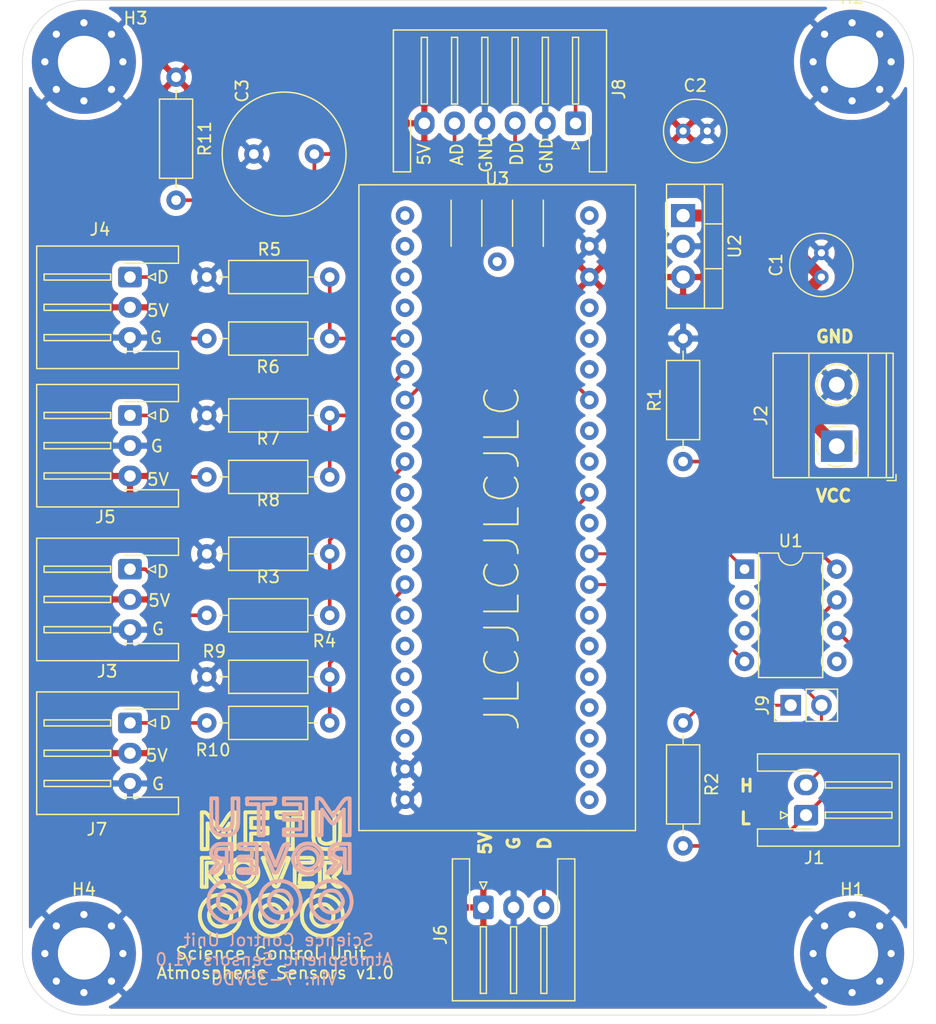
<source format=kicad_pcb>
(kicad_pcb (version 20171130) (host pcbnew 5.1.5+dfsg1-2build2)
  (layers (0 F.Cu signal) (31 B.Cu signal) (34 B.Paste user) (35 F.Paste user) (36 B.SilkS user) (37 F.SilkS user hide) (38 B.Mask user) (39 F.Mask user) (44 Edge.Cuts user))
  (net 0 "")
  (net 1 VCC)
  (net 2 GND)
  (net 3 +5V)
  (net 4 "Net-(C3-Pad1)")
  (net 5 CANL)
  (net 6 CANH)
  (net 7 "Net-(J3-Pad1)")
  (net 8 "Net-(J4-Pad1)")
  (net 9 "Net-(J5-Pad1)")
  (net 10 DHT22D0)
  (net 11 "Net-(J7-Pad1)")
  (net 12 ODSD0)
  (net 13 ODSA0)
  (net 14 "Net-(R1-Pad1)")
  (net 15 COA0)
  (net 16 UVA0)
  (net 17 H2A0)
  (net 18 CH4A0)
  (net 19 can_tx)
  (net 20 "Net-(U1-Pad5)")
  (net 21 "Net-(U1-Pad2)")
  (net 22 "Net-(U1-Pad3)")
  (net 23 can_rx)
  (net 24 "Net-(U3-Pad40)")
  (net 25 "Net-(U3-Pad39)")
  (net 26 "Net-(U3-Pad38)")
  (net 27 "Net-(U3-Pad37)")
  (net 28 "Net-(U3-Pad33)")
  (net 29 "Net-(U3-Pad31)")
  (net 30 "Net-(U3-Pad30)")
  (net 31 "Net-(U3-Pad29)")
  (net 32 "Net-(U3-Pad27)")
  (net 33 "Net-(U3-Pad26)")
  (net 34 "Net-(U3-Pad25)")
  (net 35 "Net-(U3-Pad24)")
  (net 36 "Net-(U3-Pad23)")
  (net 37 "Net-(U3-Pad20)")
  (net 38 "Net-(U3-Pad19)")
  (net 39 "Net-(U3-Pad18)")
  (net 40 "Net-(U3-Pad17)")
  (net 41 "Net-(U3-Pad16)")
  (net 42 "Net-(U3-Pad15)")
  (net 43 "Net-(U3-Pad14)")
  (net 44 "Net-(U3-Pad11)")
  (net 45 "Net-(U3-Pad9)")
  (net 46 "Net-(U3-Pad8)")
  (net 47 "Net-(U3-Pad6)")
  (net 48 "Net-(U3-Pad5)")
  (net 49 "Net-(U3-Pad4)")
  (net 50 +3V3)
  (net 51 "Net-(J9-Pad1)")
  (module "Project Footprints:blue_pill" (layer F.Cu) (at 145.288 60.96 180)
    (fp_text reference U3 (at 0 0.5) (layer F.SilkS))
    (fp_text value blue_pill)
    (pad 1 thru_hole circle (at -7.62 -2.54 180) (size 1.524 1.524) (drill 0.762) (layers *.Cu *.Mask) (net 50 +3V3))
    (pad 2 thru_hole circle (at -7.62 -5.08 180) (size 1.524 1.524) (drill 0.762) (layers *.Cu *.Mask) (net 2 GND))
    (pad 3 thru_hole circle (at -7.62 -7.62 180) (size 1.524 1.524) (drill 0.762) (layers *.Cu *.Mask) (net 3 +5V))
    (pad 4 thru_hole circle (at -7.62 -10.16 180) (size 1.524 1.524) (drill 0.762) (layers *.Cu *.Mask) (net 49 "Net-(U3-Pad4)"))
    (pad 5 thru_hole circle (at -7.62 -12.7 180) (size 1.524 1.524) (drill 0.762) (layers *.Cu *.Mask) (net 48 "Net-(U3-Pad5)"))
    (pad 6 thru_hole circle (at -7.62 -15.24 180) (size 1.524 1.524) (drill 0.762) (layers *.Cu *.Mask) (net 47 "Net-(U3-Pad6)"))
    (pad 7 thru_hole circle (at -7.62 -17.78 180) (size 1.524 1.524) (drill 0.762) (layers *.Cu *.Mask) (net 12 ODSD0))
    (pad 8 thru_hole circle (at -7.62 -20.32 180) (size 1.524 1.524) (drill 0.762) (layers *.Cu *.Mask) (net 46 "Net-(U3-Pad8)"))
    (pad 9 thru_hole circle (at -7.62 -22.86 180) (size 1.524 1.524) (drill 0.762) (layers *.Cu *.Mask) (net 45 "Net-(U3-Pad9)"))
    (pad 10 thru_hole circle (at -7.62 -25.4 180) (size 1.524 1.524) (drill 0.762) (layers *.Cu *.Mask) (net 10 DHT22D0))
    (pad 11 thru_hole circle (at -7.62 -27.94 180) (size 1.524 1.524) (drill 0.762) (layers *.Cu *.Mask) (net 44 "Net-(U3-Pad11)"))
    (pad 12 thru_hole circle (at -7.62 -30.48 180) (size 1.524 1.524) (drill 0.762) (layers *.Cu *.Mask) (net 19 can_tx))
    (pad 13 thru_hole circle (at -7.62 -33.02 180) (size 1.524 1.524) (drill 0.762) (layers *.Cu *.Mask) (net 23 can_rx))
    (pad 14 thru_hole circle (at -7.62 -35.56 180) (size 1.524 1.524) (drill 0.762) (layers *.Cu *.Mask) (net 43 "Net-(U3-Pad14)"))
    (pad 15 thru_hole circle (at -7.62 -38.1 180) (size 1.524 1.524) (drill 0.762) (layers *.Cu *.Mask) (net 42 "Net-(U3-Pad15)"))
    (pad 16 thru_hole circle (at -7.62 -40.64 180) (size 1.524 1.524) (drill 0.762) (layers *.Cu *.Mask) (net 41 "Net-(U3-Pad16)"))
    (pad 17 thru_hole circle (at -7.62 -43.18 180) (size 1.524 1.524) (drill 0.762) (layers *.Cu *.Mask) (net 40 "Net-(U3-Pad17)"))
    (pad 18 thru_hole circle (at -7.62 -45.72 180) (size 1.524 1.524) (drill 0.762) (layers *.Cu *.Mask) (net 39 "Net-(U3-Pad18)"))
    (pad 19 thru_hole circle (at -7.62 -48.26 180) (size 1.524 1.524) (drill 0.762) (layers *.Cu *.Mask) (net 38 "Net-(U3-Pad19)"))
    (pad 20 thru_hole circle (at -7.62 -50.8 180) (size 1.524 1.524) (drill 0.762) (layers *.Cu *.Mask) (net 37 "Net-(U3-Pad20)"))
    (pad 21 thru_hole circle (at 7.62 -50.8 180) (size 1.524 1.524) (drill 0.762) (layers *.Cu *.Mask) (net 2 GND))
    (pad 22 thru_hole circle (at 7.62 -48.26 180) (size 1.524 1.524) (drill 0.762) (layers *.Cu *.Mask) (net 2 GND))
    (pad 23 thru_hole circle (at 7.62 -45.72 180) (size 1.524 1.524) (drill 0.762) (layers *.Cu *.Mask) (net 36 "Net-(U3-Pad23)"))
    (pad 24 thru_hole circle (at 7.62 -43.18 180) (size 1.524 1.524) (drill 0.762) (layers *.Cu *.Mask) (net 35 "Net-(U3-Pad24)"))
    (pad 25 thru_hole circle (at 7.62 -40.64 180) (size 1.524 1.524) (drill 0.762) (layers *.Cu *.Mask) (net 34 "Net-(U3-Pad25)"))
    (pad 26 thru_hole circle (at 7.62 -38.1 180) (size 1.524 1.524) (drill 0.762) (layers *.Cu *.Mask) (net 33 "Net-(U3-Pad26)"))
    (pad 27 thru_hole circle (at 7.62 -35.56 180) (size 1.524 1.524) (drill 0.762) (layers *.Cu *.Mask) (net 32 "Net-(U3-Pad27)"))
    (pad 28 thru_hole circle (at 7.62 -33.02 180) (size 1.524 1.524) (drill 0.762) (layers *.Cu *.Mask) (net 18 CH4A0))
    (pad 29 thru_hole circle (at 7.62 -30.48 180) (size 1.524 1.524) (drill 0.762) (layers *.Cu *.Mask) (net 31 "Net-(U3-Pad29)"))
    (pad 30 thru_hole circle (at 7.62 -27.94 180) (size 1.524 1.524) (drill 0.762) (layers *.Cu *.Mask) (net 30 "Net-(U3-Pad30)"))
    (pad 31 thru_hole circle (at 7.62 -25.4 180) (size 1.524 1.524) (drill 0.762) (layers *.Cu *.Mask) (net 29 "Net-(U3-Pad31)"))
    (pad 32 thru_hole circle (at 7.62 -22.86 180) (size 1.524 1.524) (drill 0.762) (layers *.Cu *.Mask) (net 15 COA0))
    (pad 33 thru_hole circle (at 7.62 -20.32 180) (size 1.524 1.524) (drill 0.762) (layers *.Cu *.Mask) (net 28 "Net-(U3-Pad33)"))
    (pad 34 thru_hole circle (at 7.62 -17.78 180) (size 1.524 1.524) (drill 0.762) (layers *.Cu *.Mask) (net 13 ODSA0))
    (pad 35 thru_hole circle (at 7.62 -15.24 180) (size 1.524 1.524) (drill 0.762) (layers *.Cu *.Mask) (net 17 H2A0))
    (pad 36 thru_hole circle (at 7.62 -12.7 180) (size 1.524 1.524) (drill 0.762) (layers *.Cu *.Mask) (net 16 UVA0))
    (pad 37 thru_hole circle (at 7.62 -10.16 180) (size 1.524 1.524) (drill 0.762) (layers *.Cu *.Mask) (net 27 "Net-(U3-Pad37)"))
    (pad 38 thru_hole circle (at 7.62 -7.62 180) (size 1.524 1.524) (drill 0.762) (layers *.Cu *.Mask) (net 26 "Net-(U3-Pad38)"))
    (pad 39 thru_hole circle (at 7.62 -5.08 180) (size 1.524 1.524) (drill 0.762) (layers *.Cu *.Mask) (net 25 "Net-(U3-Pad39)"))
    (pad 40 thru_hole circle (at 7.62 -2.54 180) (size 1.524 1.524) (drill 0.762) (layers *.Cu *.Mask) (net 24 "Net-(U3-Pad40)"))
    (pad 45 thru_hole circle (at 0 -6.35 180) (size 1.524 1.524) (drill 0.762) (layers *.Cu *.Mask))
  )
  (module Connector_PinHeader_2.54mm:PinHeader_1x02_P2.54mm_Vertical (layer F.Cu) (at 169.55 103.95 90)
    (fp_text reference J9 (at 0 -2.33 90) (layer F.SilkS))
    (fp_text value res_selector)
    (pad 2 thru_hole oval (at 0 2.54 90) (size 1.7 1.7) (drill 1) (layers *.Cu *.Mask) (net 6 CANH))
    (pad 1 thru_hole rect (at 0 0 90) (size 1.7 1.7) (drill 1) (layers *.Cu *.Mask) (net 51 "Net-(J9-Pad1)"))
  )
  (module Capacitor_THT:C_Radial_D5.0mm_H5.0mm_P2.00mm (layer F.Cu) (at 160.655 56.515)
    (fp_text reference C2 (at 1 -3.75) (layer F.SilkS))
    (fp_text value 0.1u)
    (pad 2 thru_hole circle (at 2 0) (size 1.2 1.2) (drill 0.6) (layers *.Cu *.Mask) (net 2 GND))
    (pad 1 thru_hole circle (at 0 0) (size 1.2 1.2) (drill 0.6) (layers *.Cu *.Mask) (net 3 +5V))
  )
  (module Capacitor_THT:C_Radial_D5.0mm_H5.0mm_P2.00mm (layer F.Cu) (at 172.085 68.58 90)
    (fp_text reference C1 (at 1 -3.75 90) (layer F.SilkS))
    (fp_text value 0.33u)
    (pad 2 thru_hole circle (at 2 0 90) (size 1.2 1.2) (drill 0.6) (layers *.Cu *.Mask) (net 2 GND))
    (pad 1 thru_hole circle (at 0 0 90) (size 1.2 1.2) (drill 0.6) (layers *.Cu *.Mask) (net 1 VCC))
  )
  (module MountingHole:MountingHole_4.3mm_M4_Pad_Via (layer F.Cu) (at 174.625 50.8)
    (fp_text reference H2 (at 0 -5.3) (layer F.SilkS))
    (fp_text value MountingHole_Pad)
    (pad 1 thru_hole circle (at 2.280419 -2.280419) (size 0.9 0.9) (drill 0.6) (layers *.Cu *.Mask) (net 2 GND))
    (pad 1 thru_hole circle (at 0 -3.225) (size 0.9 0.9) (drill 0.6) (layers *.Cu *.Mask) (net 2 GND))
    (pad 1 thru_hole circle (at -2.280419 -2.280419) (size 0.9 0.9) (drill 0.6) (layers *.Cu *.Mask) (net 2 GND))
    (pad 1 thru_hole circle (at -3.225 0) (size 0.9 0.9) (drill 0.6) (layers *.Cu *.Mask) (net 2 GND))
    (pad 1 thru_hole circle (at -2.280419 2.280419) (size 0.9 0.9) (drill 0.6) (layers *.Cu *.Mask) (net 2 GND))
    (pad 1 thru_hole circle (at 0 3.225) (size 0.9 0.9) (drill 0.6) (layers *.Cu *.Mask) (net 2 GND))
    (pad 1 thru_hole circle (at 2.280419 2.280419) (size 0.9 0.9) (drill 0.6) (layers *.Cu *.Mask) (net 2 GND))
    (pad 1 thru_hole circle (at 3.225 0) (size 0.9 0.9) (drill 0.6) (layers *.Cu *.Mask) (net 2 GND))
    (pad 1 thru_hole circle (at 0 0) (size 8.6 8.6) (drill 4.3) (layers *.Cu *.Mask) (net 2 GND))
  )
  (module TerminalBlock_Phoenix:TerminalBlock_Phoenix_MKDS-1,5-2-5.08_1x02_P5.08mm_Horizontal (layer F.Cu) (at 173.355 82.55 90)
    (fp_text reference J2 (at 2.54 -6.26 90) (layer F.SilkS))
    (fp_text value "Power Connection")
    (pad 2 thru_hole circle (at 5.08 0 90) (size 2.6 2.6) (drill 1.3) (layers *.Cu *.Mask) (net 2 GND))
    (pad 1 thru_hole rect (at 0 0 90) (size 2.6 2.6) (drill 1.3) (layers *.Cu *.Mask) (net 1 VCC))
  )
  (module Connector_JST:JST_XH_S6B-XH-A-1_1x06_P2.50mm_Horizontal (layer F.Cu) (at 151.765 55.88 180)
    (fp_text reference J8 (at -3.585 2.83 90) (layer F.SilkS))
    (fp_text value "Optical Dust Sensor")
    (pad 6 thru_hole oval (at 12.5 0 180) (size 1.7 1.95) (drill 0.95) (layers *.Cu *.Mask) (net 3 +5V))
    (pad 5 thru_hole oval (at 10 0 180) (size 1.7 1.95) (drill 0.95) (layers *.Cu *.Mask) (net 13 ODSA0))
    (pad 4 thru_hole oval (at 7.5 0 180) (size 1.7 1.95) (drill 0.95) (layers *.Cu *.Mask) (net 2 GND))
    (pad 3 thru_hole oval (at 5 0 180) (size 1.7 1.95) (drill 0.95) (layers *.Cu *.Mask) (net 12 ODSD0))
    (pad 2 thru_hole oval (at 2.5 0 180) (size 1.7 1.95) (drill 0.95) (layers *.Cu *.Mask) (net 2 GND))
    (pad 1 thru_hole roundrect (at 0 0 180) (size 1.7 1.95) (drill 0.95) (layers *.Cu *.Mask) (roundrect_rratio 0.1470588235294118) (net 4 "Net-(C3-Pad1)"))
  )
  (module Connector_JST:JST_XH_S3B-XH-A-1_1x03_P2.50mm_Horizontal (layer F.Cu) (at 114.935 105.41 270)
    (fp_text reference J7 (at 8.79 2.735 180) (layer F.SilkS))
    (fp_text value "CH4 Sensor")
    (pad 3 thru_hole oval (at 5 0 270) (size 1.7 1.95) (drill 0.95) (layers *.Cu *.Mask) (net 2 GND))
    (pad 2 thru_hole oval (at 2.5 0 270) (size 1.7 1.95) (drill 0.95) (layers *.Cu *.Mask) (net 3 +5V))
    (pad 1 thru_hole roundrect (at 0 0 270) (size 1.7 1.95) (drill 0.95) (layers *.Cu *.Mask) (roundrect_rratio 0.1470588235294118) (net 11 "Net-(J7-Pad1)"))
  )
  (module Connector_JST:JST_XH_S3B-XH-A-1_1x03_P2.50mm_Horizontal (layer F.Cu) (at 144.145 120.65)
    (fp_text reference J6 (at -3.545 2.25 90) (layer F.SilkS))
    (fp_text value "DHT22 Temperture Sensor")
    (pad 3 thru_hole oval (at 5 0) (size 1.7 1.95) (drill 0.95) (layers *.Cu *.Mask) (net 10 DHT22D0))
    (pad 2 thru_hole oval (at 2.5 0) (size 1.7 1.95) (drill 0.95) (layers *.Cu *.Mask) (net 2 GND))
    (pad 1 thru_hole roundrect (at 0 0) (size 1.7 1.95) (drill 0.95) (layers *.Cu *.Mask) (roundrect_rratio 0.1470588235294118) (net 3 +5V))
  )
  (module Connector_JST:JST_XH_S3B-XH-A-1_1x03_P2.50mm_Horizontal (layer F.Cu) (at 114.935 80.01 270)
    (fp_text reference J5 (at 8.39 2.035 180) (layer F.SilkS))
    (fp_text value "H2 Sensor")
    (pad 3 thru_hole oval (at 5 0 270) (size 1.7 1.95) (drill 0.95) (layers *.Cu *.Mask) (net 3 +5V))
    (pad 2 thru_hole oval (at 2.5 0 270) (size 1.7 1.95) (drill 0.95) (layers *.Cu *.Mask) (net 2 GND))
    (pad 1 thru_hole roundrect (at 0 0 270) (size 1.7 1.95) (drill 0.95) (layers *.Cu *.Mask) (roundrect_rratio 0.1470588235294118) (net 9 "Net-(J5-Pad1)"))
  )
  (module Connector_JST:JST_XH_S3B-XH-A-1_1x03_P2.50mm_Horizontal (layer F.Cu) (at 114.935 68.58 270)
    (fp_text reference J4 (at -3.93 2.485 180) (layer F.SilkS))
    (fp_text value "UV Sensor")
    (pad 3 thru_hole oval (at 5 0 270) (size 1.7 1.95) (drill 0.95) (layers *.Cu *.Mask) (net 2 GND))
    (pad 2 thru_hole oval (at 2.5 0 270) (size 1.7 1.95) (drill 0.95) (layers *.Cu *.Mask) (net 3 +5V))
    (pad 1 thru_hole roundrect (at 0 0 270) (size 1.7 1.95) (drill 0.95) (layers *.Cu *.Mask) (roundrect_rratio 0.1470588235294118) (net 8 "Net-(J4-Pad1)"))
  )
  (module Connector_JST:JST_XH_S3B-XH-A-1_1x03_P2.50mm_Horizontal (layer F.Cu) (at 114.935 92.71 270)
    (fp_text reference J3 (at 8.44 1.885 180) (layer F.SilkS))
    (fp_text value "CO Sensor")
    (pad 3 thru_hole oval (at 5 0 270) (size 1.7 1.95) (drill 0.95) (layers *.Cu *.Mask) (net 2 GND))
    (pad 2 thru_hole oval (at 2.5 0 270) (size 1.7 1.95) (drill 0.95) (layers *.Cu *.Mask) (net 3 +5V))
    (pad 1 thru_hole roundrect (at 0 0 270) (size 1.7 1.95) (drill 0.95) (layers *.Cu *.Mask) (roundrect_rratio 0.1470588235294118) (net 7 "Net-(J3-Pad1)"))
  )
  (module Connector_JST:JST_XH_S2B-XH-A-1_1x02_P2.50mm_Horizontal (layer F.Cu) (at 170.815 113.03 90)
    (fp_text reference J1 (at -3.52 0.685 180) (layer F.SilkS))
    (fp_text value CAN_conn)
    (pad 2 thru_hole oval (at 2.5 0 90) (size 1.7 2) (drill 1) (layers *.Cu *.Mask) (net 6 CANH))
    (pad 1 thru_hole roundrect (at 0 0 90) (size 1.7 2) (drill 1) (layers *.Cu *.Mask) (roundrect_rratio 0.1470588235294118) (net 5 CANL))
  )
  (module MountingHole:MountingHole_4.3mm_M4_Pad_Via (layer F.Cu) (at 111.125 124.46)
    (fp_text reference H4 (at 0 -5.3) (layer F.SilkS))
    (fp_text value MountingHole_Pad)
    (pad 1 thru_hole circle (at 2.280419 -2.280419) (size 0.9 0.9) (drill 0.6) (layers *.Cu *.Mask) (net 2 GND))
    (pad 1 thru_hole circle (at 0 -3.225) (size 0.9 0.9) (drill 0.6) (layers *.Cu *.Mask) (net 2 GND))
    (pad 1 thru_hole circle (at -2.280419 -2.280419) (size 0.9 0.9) (drill 0.6) (layers *.Cu *.Mask) (net 2 GND))
    (pad 1 thru_hole circle (at -3.225 0) (size 0.9 0.9) (drill 0.6) (layers *.Cu *.Mask) (net 2 GND))
    (pad 1 thru_hole circle (at -2.280419 2.280419) (size 0.9 0.9) (drill 0.6) (layers *.Cu *.Mask) (net 2 GND))
    (pad 1 thru_hole circle (at 0 3.225) (size 0.9 0.9) (drill 0.6) (layers *.Cu *.Mask) (net 2 GND))
    (pad 1 thru_hole circle (at 2.280419 2.280419) (size 0.9 0.9) (drill 0.6) (layers *.Cu *.Mask) (net 2 GND))
    (pad 1 thru_hole circle (at 3.225 0) (size 0.9 0.9) (drill 0.6) (layers *.Cu *.Mask) (net 2 GND))
    (pad 1 thru_hole circle (at 0 0) (size 8.6 8.6) (drill 4.3) (layers *.Cu *.Mask) (net 2 GND))
  )
  (module MountingHole:MountingHole_4.3mm_M4_Pad_Via (layer F.Cu) (at 111.125 50.8)
    (fp_text reference H3 (at 4.275 -3.6) (layer F.SilkS))
    (fp_text value MountingHole_Pad)
    (pad 1 thru_hole circle (at 2.280419 -2.280419) (size 0.9 0.9) (drill 0.6) (layers *.Cu *.Mask) (net 2 GND))
    (pad 1 thru_hole circle (at 0 -3.225) (size 0.9 0.9) (drill 0.6) (layers *.Cu *.Mask) (net 2 GND))
    (pad 1 thru_hole circle (at -2.280419 -2.280419) (size 0.9 0.9) (drill 0.6) (layers *.Cu *.Mask) (net 2 GND))
    (pad 1 thru_hole circle (at -3.225 0) (size 0.9 0.9) (drill 0.6) (layers *.Cu *.Mask) (net 2 GND))
    (pad 1 thru_hole circle (at -2.280419 2.280419) (size 0.9 0.9) (drill 0.6) (layers *.Cu *.Mask) (net 2 GND))
    (pad 1 thru_hole circle (at 0 3.225) (size 0.9 0.9) (drill 0.6) (layers *.Cu *.Mask) (net 2 GND))
    (pad 1 thru_hole circle (at 2.280419 2.280419) (size 0.9 0.9) (drill 0.6) (layers *.Cu *.Mask) (net 2 GND))
    (pad 1 thru_hole circle (at 3.225 0) (size 0.9 0.9) (drill 0.6) (layers *.Cu *.Mask) (net 2 GND))
    (pad 1 thru_hole circle (at 0 0) (size 8.6 8.6) (drill 4.3) (layers *.Cu *.Mask) (net 2 GND))
  )
  (module MountingHole:MountingHole_4.3mm_M4_Pad_Via (layer F.Cu) (at 174.625 124.46)
    (fp_text reference H1 (at 0 -5.3) (layer F.SilkS))
    (fp_text value MountingHole_Pad)
    (pad 1 thru_hole circle (at 2.280419 -2.280419) (size 0.9 0.9) (drill 0.6) (layers *.Cu *.Mask) (net 2 GND))
    (pad 1 thru_hole circle (at 0 -3.225) (size 0.9 0.9) (drill 0.6) (layers *.Cu *.Mask) (net 2 GND))
    (pad 1 thru_hole circle (at -2.280419 -2.280419) (size 0.9 0.9) (drill 0.6) (layers *.Cu *.Mask) (net 2 GND))
    (pad 1 thru_hole circle (at -3.225 0) (size 0.9 0.9) (drill 0.6) (layers *.Cu *.Mask) (net 2 GND))
    (pad 1 thru_hole circle (at -2.280419 2.280419) (size 0.9 0.9) (drill 0.6) (layers *.Cu *.Mask) (net 2 GND))
    (pad 1 thru_hole circle (at 0 3.225) (size 0.9 0.9) (drill 0.6) (layers *.Cu *.Mask) (net 2 GND))
    (pad 1 thru_hole circle (at 2.280419 2.280419) (size 0.9 0.9) (drill 0.6) (layers *.Cu *.Mask) (net 2 GND))
    (pad 1 thru_hole circle (at 3.225 0) (size 0.9 0.9) (drill 0.6) (layers *.Cu *.Mask) (net 2 GND))
    (pad 1 thru_hole circle (at 0 0) (size 8.6 8.6) (drill 4.3) (layers *.Cu *.Mask) (net 2 GND))
  )
  (module Capacitor_THT:C_Radial_D10.0mm_H12.5mm_P5.00mm (layer F.Cu) (at 130.175 58.42 180)
    (fp_text reference C3 (at 5.975 5.22 90) (layer F.SilkS))
    (fp_text value 220uF)
    (pad 1 thru_hole circle (at 0 0 180) (size 1.6 1.6) (drill 0.8) (layers *.Cu *.Mask) (net 4 "Net-(C3-Pad1)"))
    (pad 2 thru_hole circle (at 5 0 180) (size 1.6 1.6) (drill 0.8) (layers *.Cu *.Mask) (net 2 GND))
  )
  (module Resistor_THT:R_Axial_DIN0207_L6.3mm_D2.5mm_P10.16mm_Horizontal (layer F.Cu) (at 160.655 83.82 90)
    (fp_text reference R1 (at 5.08 -2.37 90) (layer F.SilkS))
    (fp_text value 10k)
    (pad 2 thru_hole oval (at 10.16 0 90) (size 1.6 1.6) (drill 0.8) (layers *.Cu *.Mask) (net 2 GND))
    (pad 1 thru_hole circle (at 0 0 90) (size 1.6 1.6) (drill 0.8) (layers *.Cu *.Mask) (net 14 "Net-(R1-Pad1)"))
  )
  (module Resistor_THT:R_Axial_DIN0207_L6.3mm_D2.5mm_P10.16mm_Horizontal (layer F.Cu) (at 160.655 105.41 270)
    (fp_text reference R2 (at 5.08 -2.37 90) (layer F.SilkS))
    (fp_text value 120r)
    (pad 1 thru_hole circle (at 0 0 270) (size 1.6 1.6) (drill 0.8) (layers *.Cu *.Mask) (net 51 "Net-(J9-Pad1)"))
    (pad 2 thru_hole oval (at 10.16 0 270) (size 1.6 1.6) (drill 0.8) (layers *.Cu *.Mask) (net 5 CANL))
  )
  (module Resistor_THT:R_Axial_DIN0207_L6.3mm_D2.5mm_P10.16mm_Horizontal (layer F.Cu) (at 121.285 91.44)
    (fp_text reference R3 (at 5.08 1.905) (layer F.SilkS))
    (fp_text value 20k)
    (pad 2 thru_hole oval (at 10.16 0) (size 1.6 1.6) (drill 0.8) (layers *.Cu *.Mask) (net 15 COA0))
    (pad 1 thru_hole circle (at 0 0) (size 1.6 1.6) (drill 0.8) (layers *.Cu *.Mask) (net 2 GND))
  )
  (module Resistor_THT:R_Axial_DIN0207_L6.3mm_D2.5mm_P10.16mm_Horizontal (layer F.Cu) (at 131.445 96.52 180)
    (fp_text reference R4 (at 0.445 -2.13) (layer F.SilkS))
    (fp_text value 10k)
    (pad 1 thru_hole circle (at 0 0 180) (size 1.6 1.6) (drill 0.8) (layers *.Cu *.Mask) (net 15 COA0))
    (pad 2 thru_hole oval (at 10.16 0 180) (size 1.6 1.6) (drill 0.8) (layers *.Cu *.Mask) (net 7 "Net-(J3-Pad1)"))
  )
  (module Resistor_THT:R_Axial_DIN0207_L6.3mm_D2.5mm_P10.16mm_Horizontal (layer F.Cu) (at 121.285 68.58)
    (fp_text reference R5 (at 5.165 -2.28 180) (layer F.SilkS))
    (fp_text value 20k)
    (pad 1 thru_hole circle (at 0 0) (size 1.6 1.6) (drill 0.8) (layers *.Cu *.Mask) (net 2 GND))
    (pad 2 thru_hole oval (at 10.16 0) (size 1.6 1.6) (drill 0.8) (layers *.Cu *.Mask) (net 16 UVA0))
  )
  (module Resistor_THT:R_Axial_DIN0207_L6.3mm_D2.5mm_P10.16mm_Horizontal (layer F.Cu) (at 131.445 73.66 180)
    (fp_text reference R6 (at 5.095 -2.34) (layer F.SilkS))
    (fp_text value 10k)
    (pad 1 thru_hole circle (at 0 0 180) (size 1.6 1.6) (drill 0.8) (layers *.Cu *.Mask) (net 16 UVA0))
    (pad 2 thru_hole oval (at 10.16 0 180) (size 1.6 1.6) (drill 0.8) (layers *.Cu *.Mask) (net 8 "Net-(J4-Pad1)"))
  )
  (module Resistor_THT:R_Axial_DIN0207_L6.3mm_D2.5mm_P10.16mm_Horizontal (layer F.Cu) (at 121.285 80.01)
    (fp_text reference R7 (at 5.08 1.905) (layer F.SilkS))
    (fp_text value 20k)
    (pad 1 thru_hole circle (at 0 0) (size 1.6 1.6) (drill 0.8) (layers *.Cu *.Mask) (net 2 GND))
    (pad 2 thru_hole oval (at 10.16 0) (size 1.6 1.6) (drill 0.8) (layers *.Cu *.Mask) (net 17 H2A0))
  )
  (module Resistor_THT:R_Axial_DIN0207_L6.3mm_D2.5mm_P10.16mm_Horizontal (layer F.Cu) (at 131.445 85.09 180)
    (fp_text reference R8 (at 5.08 -1.905) (layer F.SilkS))
    (fp_text value 10k)
    (pad 1 thru_hole circle (at 0 0 180) (size 1.6 1.6) (drill 0.8) (layers *.Cu *.Mask) (net 17 H2A0))
    (pad 2 thru_hole oval (at 10.16 0 180) (size 1.6 1.6) (drill 0.8) (layers *.Cu *.Mask) (net 9 "Net-(J5-Pad1)"))
  )
  (module Resistor_THT:R_Axial_DIN0207_L6.3mm_D2.5mm_P10.16mm_Horizontal (layer F.Cu) (at 121.285 101.6)
    (fp_text reference R9 (at 0.615 -2.1) (layer F.SilkS))
    (fp_text value 20k)
    (pad 2 thru_hole oval (at 10.16 0) (size 1.6 1.6) (drill 0.8) (layers *.Cu *.Mask) (net 18 CH4A0))
    (pad 1 thru_hole circle (at 0 0) (size 1.6 1.6) (drill 0.8) (layers *.Cu *.Mask) (net 2 GND))
  )
  (module Resistor_THT:R_Axial_DIN0207_L6.3mm_D2.5mm_P10.16mm_Horizontal (layer F.Cu) (at 131.445 105.41 180)
    (fp_text reference R10 (at 9.645 -2.24) (layer F.SilkS))
    (fp_text value 10k)
    (pad 2 thru_hole oval (at 10.16 0 180) (size 1.6 1.6) (drill 0.8) (layers *.Cu *.Mask) (net 11 "Net-(J7-Pad1)"))
    (pad 1 thru_hole circle (at 0 0 180) (size 1.6 1.6) (drill 0.8) (layers *.Cu *.Mask) (net 18 CH4A0))
  )
  (module Resistor_THT:R_Axial_DIN0207_L6.3mm_D2.5mm_P10.16mm_Horizontal (layer F.Cu) (at 118.745 52.07 270)
    (fp_text reference R11 (at 5.08 -2.37 90) (layer F.SilkS))
    (fp_text value 150)
    (pad 2 thru_hole oval (at 10.16 0 270) (size 1.6 1.6) (drill 0.8) (layers *.Cu *.Mask) (net 4 "Net-(C3-Pad1)"))
    (pad 1 thru_hole circle (at 0 0 270) (size 1.6 1.6) (drill 0.8) (layers *.Cu *.Mask) (net 3 +5V))
  )
  (module Package_DIP:DIP-8_W7.62mm (layer F.Cu) (at 165.735 92.71)
    (fp_text reference U1 (at 3.81 -2.33) (layer F.SilkS))
    (fp_text value MCP2551-I-P)
    (pad 1 thru_hole rect (at 0 0) (size 1.6 1.6) (drill 0.8) (layers *.Cu *.Mask) (net 19 can_tx))
    (pad 5 thru_hole oval (at 7.62 7.62) (size 1.6 1.6) (drill 0.8) (layers *.Cu *.Mask) (net 20 "Net-(U1-Pad5)"))
    (pad 2 thru_hole oval (at 0 2.54) (size 1.6 1.6) (drill 0.8) (layers *.Cu *.Mask) (net 21 "Net-(U1-Pad2)"))
    (pad 6 thru_hole oval (at 7.62 5.08) (size 1.6 1.6) (drill 0.8) (layers *.Cu *.Mask) (net 5 CANL))
    (pad 3 thru_hole oval (at 0 5.08) (size 1.6 1.6) (drill 0.8) (layers *.Cu *.Mask) (net 22 "Net-(U1-Pad3)"))
    (pad 7 thru_hole oval (at 7.62 2.54) (size 1.6 1.6) (drill 0.8) (layers *.Cu *.Mask) (net 6 CANH))
    (pad 4 thru_hole oval (at 0 7.62) (size 1.6 1.6) (drill 0.8) (layers *.Cu *.Mask) (net 23 can_rx))
    (pad 8 thru_hole oval (at 7.62 0) (size 1.6 1.6) (drill 0.8) (layers *.Cu *.Mask) (net 14 "Net-(R1-Pad1)"))
  )
  (module Package_TO_SOT_THT:TO-220-3_Vertical (layer F.Cu) (at 160.655 63.5 270)
    (fp_text reference U2 (at 2.54 -4.27 90) (layer F.SilkS))
    (fp_text value LM78M05_TO220)
    (pad 1 thru_hole rect (at 0 0 270) (size 1.905 2) (drill 1.1) (layers *.Cu *.Mask) (net 1 VCC))
    (pad 2 thru_hole oval (at 2.54 0 270) (size 1.905 2) (drill 1.1) (layers *.Cu *.Mask) (net 2 GND))
    (pad 3 thru_hole oval (at 5.08 0 270) (size 1.905 2) (drill 1.1) (layers *.Cu *.Mask) (net 3 +5V))
  )
  (gr_text "Science Control Unit \nAtmospheric Sensors v1.0" (at 126.95 125.25) (layer F.SilkS) (effects (font (size 1 1))))
  (gr_text JLCJLCJLCJLC (at 145.7 91.8 90) (layer F.SilkS) (effects (font (size 2.8 2.8))))
  (gr_text "D\n" (at 117.85 105.4) (layer F.SilkS) (effects (font (size 1 1))))
  (gr_text "5V\n" (at 117.15 108.1) (layer F.SilkS) (effects (font (size 1 1))))
  (gr_text G (at 117.25 110.45) (layer F.SilkS) (effects (font (size 1 1))))
  (gr_text G (at 117.25 97.65) (layer F.SilkS) (effects (font (size 1 1))))
  (gr_text "5V\n" (at 117.35 95.3) (layer F.SilkS) (effects (font (size 1 1))))
  (gr_text D (at 117.65 92.9) (layer F.SilkS) (effects (font (size 1 1))))
  (gr_text D (at 117.75 80.05) (layer F.SilkS) (effects (font (size 1 1))))
  (gr_text G (at 117.15 82.55) (layer F.SilkS) (effects (font (size 1 1))))
  (gr_text "5V\n" (at 117.25 85.3) (layer F.SilkS) (effects (font (size 1 1))))
  (gr_text D (at 117.65 68.6) (layer F.SilkS) (effects (font (size 1 1))))
  (gr_text G (at 117.1 73.6) (layer F.SilkS) (effects (font (size 1 1))))
  (gr_text "5V\n" (at 117.25 71.35) (layer F.SilkS) (effects (font (size 1 1))))
  (gr_text GND (at 149.35 58.55 90) (layer F.SilkS) (effects (font (size 1 1))))
  (gr_text DD (at 146.9 58.4 90) (layer F.SilkS) (effects (font (size 1 1))))
  (gr_text GND (at 144.35 58.45 90) (layer F.SilkS) (effects (font (size 1 1))))
  (gr_text AD (at 141.95 58.45 90) (layer F.SilkS) (effects (font (size 1 1))))
  (gr_text "5V\n" (at 139.25 58.45 90) (layer F.SilkS) (effects (font (size 1 1))))
  (gr_text GND (at 173.2 73.5) (layer F.SilkS) (effects (font (size 1 1) (thickness 0.25))))
  (gr_text "VCC\n" (at 173.1 86.65) (layer F.SilkS) (effects (font (size 1 1) (thickness 0.25))))
  (gr_text L (at 165.8 113.3) (layer F.SilkS) (effects (font (size 1 1) (thickness 0.25))))
  (gr_text H (at 165.9 110.6) (layer F.SilkS) (effects (font (size 1 1) (thickness 0.25))))
  (gr_text "D\n" (at 149.2 115.35 90) (layer F.SilkS) (effects (font (size 1 1) (thickness 0.25))))
  (gr_text G (at 146.65 115.35 90) (layer F.SilkS) (effects (font (size 1 1) (thickness 0.25))))
  (gr_text "5V\n" (at 144.3 115.35 90) (layer F.SilkS) (effects (font (size 1 1) (thickness 0.25))))
  (gr_text "Science Control Unit \nAtmospheric Sensors v1.0\nVin: 7-35VDC" (at 126.85 124.95) (layer B.SilkS) (effects (font (size 1 1)) (justify mirror)))
  (gr_line (start 126.943516 111.643999) (end 125.778202 111.643999) (layer B.SilkS) (width 0.32))
  (gr_line (start 123.652889 111.643999) (end 123.412889 111.643999) (layer B.SilkS) (width 0.32))
  (gr_line (start 122.132889 111.643999) (end 121.892889 111.643999) (layer B.SilkS) (width 0.32))
  (gr_arc (start 122.851452 113.624106) (end 123.447494 114.528292) (angle -17.16960363) (layer B.SilkS) (width 0.32))
  (gr_arc (start 122.748093 112.510211) (end 122.42682 114.659241) (angle -10.07938709) (layer B.SilkS) (width 0.32))
  (gr_arc (start 122.785164 113.475077) (end 122.658343 114.241195) (angle -16.68752135) (layer B.SilkS) (width 0.32))
  (gr_line (start 127.652889 111.883999) (end 127.652889 112.123999) (layer B.SilkS) (width 0.32))
  (gr_arc (start 123.294485 113.686818) (end 121.666141 113.736425) (angle -14.06515935) (layer B.SilkS) (width 0.32))
  (gr_line (start 121.652889 112.866199) (end 121.666141 113.736425) (layer B.SilkS) (width 0.32))
  (gr_line (start 126.432889 112.107992) (end 126.71652 112.087881) (layer B.SilkS) (width 0.32))
  (gr_line (start 125.572889 114.683999) (end 125.772889 114.683999) (layer B.SilkS) (width 0.32))
  (gr_line (start 125.572889 113.403999) (end 125.572889 114.683999) (layer B.SilkS) (width 0.32))
  (gr_line (start 122.424251 114.173903) (end 122.132889 114.052164) (layer B.SilkS) (width 0.32))
  (gr_arc (start 122.830385 113.201888) (end 122.424251 114.173903) (angle -13.27728857) (layer B.SilkS) (width 0.32))
  (gr_line (start 125.972889 113.407992) (end 125.972889 112.131984) (layer B.SilkS) (width 0.32))
  (gr_line (start 121.652889 111.643999) (end 121.652889 112.866199) (layer B.SilkS) (width 0.32))
  (gr_line (start 123.412889 111.643999) (end 123.412889 112.7916) (layer B.SilkS) (width 0.32))
  (gr_line (start 125.778202 111.643999) (end 124.612889 111.643999) (layer B.SilkS) (width 0.32))
  (gr_line (start 125.972889 112.131984) (end 126.432889 112.107992) (layer B.SilkS) (width 0.32))
  (gr_arc (start 126.68838 111.774171) (end 126.71652 112.087881) (angle -21.56528338) (layer B.SilkS) (width 0.32))
  (gr_line (start 125.772889 114.683999) (end 125.972889 114.683999) (layer B.SilkS) (width 0.32))
  (gr_arc (start 126.381541 111.80225) (end 126.887635 111.991159) (angle -13.90532782) (layer B.SilkS) (width 0.32))
  (gr_arc (start 122.627952 113.608819) (end 121.867167 114.369518) (angle -17.65882415) (layer B.SilkS) (width 0.32))
  (gr_arc (start 131.577521 120.226458) (end 131.795231 118.471989) (angle -26.69419625) (layer B.SilkS) (width 0.32))
  (gr_arc (start 131.578721 120.1245) (end 130.54457 118.803023) (angle -17.49592024) (layer B.SilkS) (width 0.32))
  (gr_arc (start 131.603667 120.14023) (end 130.442703 121.42528) (angle -32.47365928) (layer B.SilkS) (width 0.32))
  (gr_arc (start 123.103888 120.043956) (end 123.277846 119.25755) (angle -20.33778441) (layer B.SilkS) (width 0.32))
  (gr_arc (start 122.741475 120.008045) (end 122.261825 119.80671) (angle -16.60841371) (layer B.SilkS) (width 0.32))
  (gr_arc (start 123.983264 121.014374) (end 122.484889 119.515999) (angle -5.859851779) (layer B.SilkS) (width 0.32))
  (gr_arc (start 127.390372 120.150095) (end 128.147996 120.639579) (angle -33.0004266) (layer B.SilkS) (width 0.32))
  (gr_arc (start 127.332362 120.230126) (end 126.784367 120.881381) (angle -34.33686199) (layer B.SilkS) (width 0.32))
  (gr_arc (start 127.34204 120.133881) (end 127.247208 121.076992) (angle -31.67769072) (layer B.SilkS) (width 0.32))
  (gr_arc (start 132.301664 120.151042) (end 129.892889 120.151043) (angle -9.275473535) (layer B.SilkS) (width 0.32))
  (gr_arc (start 127.256261 120.160993) (end 126.422223 120.14412) (angle -28.16016286) (layer B.SilkS) (width 0.32))
  (gr_arc (start 127.321874 120.138883) (end 128.048617 121.711834) (angle -32.27103328) (layer B.SilkS) (width 0.32))
  (gr_arc (start 127.362657 120.181861) (end 125.754157 120.740177) (angle -29.57445858) (layer B.SilkS) (width 0.32))
  (gr_arc (start 127.325173 120.114717) (end 127.538635 118.471999) (angle -28.26512621) (layer B.SilkS) (width 0.32))
  (gr_arc (start 127.417633 120.037152) (end 127.797708 119.352228) (angle -18.38631699) (layer B.SilkS) (width 0.32))
  (gr_arc (start 127.506296 120.297563) (end 126.813983 119.417431) (angle -22.60998916) (layer B.SilkS) (width 0.32))
  (gr_arc (start 131.509756 120.03637) (end 130.983869 118.561185) (angle -18.42525507) (layer B.SilkS) (width 0.32))
  (gr_arc (start 131.607094 120.045907) (end 131.194216 120.982962) (angle -25.63191912) (layer B.SilkS) (width 0.32))
  (gr_arc (start 123.099614 120.013012) (end 122.993683 119.246115) (angle -20.8104264) (layer B.SilkS) (width 0.32))
  (gr_arc (start 127.381386 120.163999) (end 129.047174 120.163999) (angle -28.15655101) (layer B.SilkS) (width 0.32))
  (gr_arc (start 127.362481 120.330703) (end 127.562265 119.267309) (angle -14.43249136) (layer B.SilkS) (width 0.32))
  (gr_arc (start 131.591097 120.232256) (end 131.551375 119.252684) (angle -31.48858498) (layer B.SilkS) (width 0.32))
  (gr_arc (start 131.58885 120.176812) (end 132.059253 119.380485) (angle -32.89312549) (layer B.SilkS) (width 0.32))
  (gr_arc (start 131.478114 120.163999) (end 133.252889 120.163999) (angle -26.62297597) (layer B.SilkS) (width 0.32))
  (gr_arc (start 131.600291 120.061344) (end 130.832693 120.713317) (angle -25.87768203) (layer B.SilkS) (width 0.32))
  (gr_arc (start 131.584294 120.218977) (end 132.261046 121.726811) (angle -33.66097088) (layer B.SilkS) (width 0.32))
  (gr_arc (start 123.013664 120.451836) (end 123.575507 119.365354) (angle -14.87118329) (layer B.SilkS) (width 0.32))
  (gr_arc (start 131.613505 120.148371) (end 130.195126 119.175061) (angle -17.26303945) (layer B.SilkS) (width 0.32))
  (gr_arc (start 127.391941 120.159435) (end 126.040499 119.071906) (angle -29.10079232) (layer B.SilkS) (width 0.32))
  (gr_arc (start 131.622138 120.151042) (end 129.970182 119.639823) (angle -17.19535602) (layer B.SilkS) (width 0.32))
  (gr_arc (start 124.186 120.163999) (end 122.212889 120.163999) (angle -6.161936374) (layer B.SilkS) (width 0.32))
  (gr_arc (start 127.331389 120.111985) (end 127.756602 120.986283) (angle -31.19843412) (layer B.SilkS) (width 0.32))
  (gr_arc (start 131.489595 120.167768) (end 130.707552 119.818837) (angle -34.67066315) (layer B.SilkS) (width 0.32))
  (gr_arc (start 127.360652 120.163999) (end 128.776196 121.080837) (angle -32.93083967) (layer B.SilkS) (width 0.32))
  (gr_arc (start 127.262162 120.161113) (end 126.52882 119.75124) (angle -28.0423189) (layer B.SilkS) (width 0.32))
  (gr_arc (start 131.592538 120.10542) (end 132.54219 118.761047) (angle -28.16332322) (layer B.SilkS) (width 0.32))
  (gr_arc (start 127.360956 120.307702) (end 127.290921 119.251073) (angle -14.58314689) (layer B.SilkS) (width 0.32))
  (gr_arc (start 124.186 120.164) (end 122.224288 119.952208) (angle -6.161936374) (layer B.SilkS) (width 0.32))
  (gr_arc (start 131.960875 120.164) (end 132.496291 120.365319) (angle -20.60652303) (layer B.SilkS) (width 0.32))
  (gr_arc (start 127.314338 120.198099) (end 128.303717 118.766016) (angle -27.23552621) (layer B.SilkS) (width 0.32))
  (gr_arc (start 122.752364 120.012616) (end 122.339741 119.676806) (angle -16.36969896) (layer B.SilkS) (width 0.32))
  (gr_arc (start 123.241709 120.27282) (end 122.728133 119.333781) (angle -16.32500723) (layer B.SilkS) (width 0.32))
  (gr_arc (start 127.320223 120.101725) (end 126.735271 118.566782) (angle -30.31431974) (layer B.SilkS) (width 0.32))
  (gr_line (start 129.012889 112.923999) (end 128.332889 112.923999) (layer B.SilkS) (width 0.32))
  (gr_arc (start 127.491318 120.041219) (end 126.512983 120.539732) (angle -22.9199745) (layer B.SilkS) (width 0.32))
  (gr_arc (start 131.241895 120.33646) (end 130.01937 120.863962) (angle -14.3688014) (layer B.SilkS) (width 0.32))
  (gr_arc (start 129.737658 116.5187) (end 128.522917 117.113696) (angle -12.35656747) (layer B.SilkS) (width 0.32))
  (gr_arc (start 131.470855 120.171283) (end 130.647923 120.325666) (angle -29.71824432) (layer B.SilkS) (width 0.32))
  (gr_arc (start 127.67312 120.14943) (end 128.292361 120.147972) (angle -20.06421366) (layer B.SilkS) (width 0.32))
  (gr_line (start 131.0501 112.141792) (end 130.948111 111.984143) (layer B.SilkS) (width 0.32))
  (gr_arc (start 131.153521 120.474465) (end 132.383782 119.730769) (angle -10.47027422) (layer B.SilkS) (width 0.32))
  (gr_arc (start 131.183717 119.871787) (end 132.383782 120.597229) (angle -10.54666057) (layer B.SilkS) (width 0.32))
  (gr_arc (start 129.302723 116.640056) (end 128.431292 116.417981) (angle -27.40475659) (layer B.SilkS) (width 0.32))
  (gr_arc (start 127.248886 119.970322) (end 127.027134 119.302748) (angle -19.81333321) (layer B.SilkS) (width 0.32))
  (gr_line (start 131.43677 112.707793) (end 131.3164 112.536108) (layer B.SilkS) (width 0.32))
  (gr_arc (start 129.659516 116.556975) (end 128.426871 116.843999) (angle -12.98832289) (layer B.SilkS) (width 0.32))
  (gr_arc (start 127.0545 120.377025) (end 128.254279 119.935616) (angle -11.66702015) (layer B.SilkS) (width 0.32))
  (gr_arc (start 129.244914 113.062735) (end 130.948111 111.984143) (angle -5.337626274) (layer B.SilkS) (width 0.32))
  (gr_line (start 129.012889 112.523999) (end 129.012889 112.923999) (layer B.SilkS) (width 0.32))
  (gr_line (start 129.012889 113.803999) (end 129.012889 114.203999) (layer B.SilkS) (width 0.32))
  (gr_arc (start 130.473499 112.037351) (end 130.741359 111.725984) (angle -15.75941366) (layer B.SilkS) (width 0.32))
  (gr_arc (start 131.699716 120.338866) (end 132.059253 120.947514) (angle -17.80576409) (layer B.SilkS) (width 0.32))
  (gr_line (start 128.332889 114.203999) (end 127.652889 114.203999) (layer B.SilkS) (width 0.32))
  (gr_arc (start 127.023427 120.396343) (end 128.140227 119.702112) (angle -11.54106371) (layer B.SilkS) (width 0.32))
  (gr_arc (start 131.960875 120.163999) (end 132.532889 120.163999) (angle -20.60652303) (layer B.SilkS) (width 0.32))
  (gr_line (start 130.372889 111.643999) (end 130.372889 113.163999) (layer B.SilkS) (width 0.32))
  (gr_arc (start 131.712401 113.606235) (end 131.634854 113.693073) (angle -42.31874975) (layer B.SilkS) (width 0.32))
  (gr_arc (start 127.415588 120.163487) (end 125.682181 119.86646) (angle -28.86555692) (layer B.SilkS) (width 0.32))
  (gr_arc (start 131.153521 119.853534) (end 132.228149 120.808416) (angle -10.47027422) (layer B.SilkS) (width 0.32))
  (gr_arc (start 131.28791 120.316606) (end 129.924384 120.539292) (angle -14.06401775) (layer B.SilkS) (width 0.32))
  (gr_arc (start 127.31238 120.200932) (end 128.850048 119.377943) (angle -27.20411701) (layer B.SilkS) (width 0.32))
  (gr_arc (start 127.330948 120.158528) (end 127.10113 121.854108) (angle -32.51700833) (layer B.SilkS) (width 0.32))
  (gr_arc (start 131.591203 120.10731) (end 133.064717 119.368692) (angle -28.14007175) (layer B.SilkS) (width 0.32))
  (gr_arc (start 130.277553 112.265121) (end 130.84039 111.830381) (angle -11.61261514) (layer B.SilkS) (width 0.32))
  (gr_line (start 132.232185 113.142653) (end 132.611482 112.563999) (layer B.SilkS) (width 0.32))
  (gr_arc (start 131.588664 120.228719) (end 131.314192 121.847683) (angle -33.79395432) (layer B.SilkS) (width 0.32))
  (gr_arc (start 129.552052 116.324193) (end 129.342124 115.406271) (angle -26.5463236) (layer B.SilkS) (width 0.32))
  (gr_line (start 131.180434 112.336906) (end 131.0501 112.141792) (layer B.SilkS) (width 0.32))
  (gr_arc (start 131.57276 120.204875) (end 131.045566 119.41768) (angle -32.14386062) (layer B.SilkS) (width 0.32))
  (gr_arc (start 131.496887 120.164001) (end 132.983336 121.098887) (angle -32.16745423) (layer B.SilkS) (width 0.32))
  (gr_arc (start 127.433619 120.008345) (end 127.978752 119.49271) (angle -17.56632425) (layer B.SilkS) (width 0.32))
  (gr_arc (start 127.321418 120.228833) (end 126.23928 121.461319) (angle -33.56475108) (layer B.SilkS) (width 0.32))
  (gr_arc (start 131.699716 119.989133) (end 132.228149 119.519583) (angle -17.80576409) (layer B.SilkS) (width 0.32))
  (gr_arc (start 131.183717 120.456212) (end 132.496291 119.96268) (angle -10.54666057) (layer B.SilkS) (width 0.32))
  (gr_arc (start 132.897283 111.872755) (end 132.897283 111.643999) (angle -32.38246142) (layer B.SilkS) (width 0.32))
  (gr_arc (start 131.853733 119.863436) (end 130.188519 121.150846) (angle -10.19581319) (layer B.SilkS) (width 0.32))
  (gr_line (start 127.652889 113.403999) (end 128.332889 113.403999) (layer B.SilkS) (width 0.32))
  (gr_arc (start 131.611756 120.189963) (end 131.640205 121.069354) (angle -28.71802429) (layer B.SilkS) (width 0.32))
  (gr_arc (start 129.938596 116.802104) (end 128.626436 115.966789) (angle -18.18363963) (layer B.SilkS) (width 0.32))
  (gr_line (start 130.768245 114.683999) (end 130.790567 113.631233) (layer B.SilkS) (width 0.32))
  (gr_arc (start 129.952059 116.810677) (end 128.954017 115.596866) (angle -18.09094508) (layer B.SilkS) (width 0.32))
  (gr_line (start 127.652889 112.923999) (end 127.652889 113.163999) (layer B.SilkS) (width 0.32))
  (gr_line (start 133.092889 111.643999) (end 132.897283 111.643999) (layer B.SilkS) (width 0.32))
  (gr_line (start 132.612185 113.623999) (end 132.612889 114.683999) (layer B.SilkS) (width 0.32))
  (gr_line (start 127.652889 114.443999) (end 127.652889 114.683999) (layer B.SilkS) (width 0.32))
  (gr_line (start 127.652889 111.643999) (end 127.652889 111.883999) (layer B.SilkS) (width 0.32))
  (gr_line (start 130.552889 111.644143) (end 130.372889 111.643999) (layer B.SilkS) (width 0.32))
  (gr_line (start 129.492889 113.163999) (end 129.492889 111.643999) (layer B.SilkS) (width 0.32))
  (gr_line (start 129.012889 114.203999) (end 128.332889 114.203999) (layer B.SilkS) (width 0.32))
  (gr_arc (start 130.071726 111.911382) (end 131.918682 113.563002) (angle -5.480556888) (layer B.SilkS) (width 0.32))
  (gr_line (start 133.092889 114.683999) (end 133.092889 113.163999) (layer B.SilkS) (width 0.32))
  (gr_arc (start 133.274429 111.961076) (end 131.359423 113.386943) (angle -5.632186946) (layer B.SilkS) (width 0.32))
  (gr_arc (start 134.101065 113.182642) (end 132.641679 111.788692) (angle -7.594868136) (layer B.SilkS) (width 0.32))
  (gr_line (start 129.012889 113.403999) (end 129.012889 113.803999) (layer B.SilkS) (width 0.32))
  (gr_arc (start 132.778633 112.412261) (end 131.508605 113.568002) (angle -5.932225722) (layer B.SilkS) (width 0.32))
  (gr_arc (start 131.712395 113.60559) (end 131.713526 113.722653) (angle -42.01815868) (layer B.SilkS) (width 0.32))
  (gr_line (start 132.205942 112.367793) (end 131.710207 113.091586) (layer B.SilkS) (width 0.32))
  (gr_line (start 132.852889 114.683999) (end 133.092889 114.683999) (layer B.SilkS) (width 0.32))
  (gr_line (start 130.372889 114.683999) (end 130.570567 114.683999) (layer B.SilkS) (width 0.32))
  (gr_line (start 127.652889 114.683999) (end 128.572889 114.683999) (layer B.SilkS) (width 0.32))
  (gr_line (start 130.372889 113.163999) (end 130.372889 114.683999) (layer B.SilkS) (width 0.32))
  (gr_line (start 131.193526 113.151233) (end 131.359423 113.386943) (layer B.SilkS) (width 0.32))
  (gr_line (start 128.332889 112.923999) (end 127.652889 112.923999) (layer B.SilkS) (width 0.32))
  (gr_arc (start 133.154796 112.278804) (end 132.774769 111.679573) (angle -13.93113012) (layer B.SilkS) (width 0.32))
  (gr_line (start 127.652889 113.163999) (end 127.652889 113.403999) (layer B.SilkS) (width 0.32))
  (gr_line (start 129.492889 114.683999) (end 129.492889 113.163999) (layer B.SilkS) (width 0.32))
  (gr_line (start 128.332889 113.403999) (end 129.012889 113.403999) (layer B.SilkS) (width 0.32))
  (gr_line (start 133.092889 113.163999) (end 133.092889 111.643999) (layer B.SilkS) (width 0.32))
  (gr_arc (start 130.077634 116.368246) (end 128.8232 116.840389) (angle -10.74539125) (layer B.SilkS) (width 0.32))
  (gr_line (start 132.612889 114.683999) (end 132.852889 114.683999) (layer B.SilkS) (width 0.32))
  (gr_line (start 132.470247 111.993804) (end 132.205942 112.367793) (layer B.SilkS) (width 0.32))
  (gr_line (start 129.492889 111.643999) (end 128.572889 111.643999) (layer B.SilkS) (width 0.32))
  (gr_line (start 131.710207 113.091586) (end 131.43677 112.707793) (layer B.SilkS) (width 0.32))
  (gr_arc (start 130.54404 112.333744) (end 131.791594 113.691803) (angle -5.624170374) (layer B.SilkS) (width 0.32))
  (gr_line (start 128.572889 111.643999) (end 127.652889 111.643999) (layer B.SilkS) (width 0.32))
  (gr_line (start 128.572889 114.683999) (end 129.492889 114.683999) (layer B.SilkS) (width 0.32))
  (gr_line (start 130.570567 114.683999) (end 130.768245 114.683999) (layer B.SilkS) (width 0.32))
  (gr_line (start 130.812889 112.578467) (end 131.193526 113.151233) (layer B.SilkS) (width 0.32))
  (gr_line (start 132.611482 112.563999) (end 132.612185 113.623999) (layer B.SilkS) (width 0.32))
  (gr_line (start 131.3164 112.536108) (end 131.180434 112.336906) (layer B.SilkS) (width 0.32))
  (gr_arc (start 130.552711 111.867053) (end 130.646724 111.664937) (angle -24.89948655) (layer B.SilkS) (width 0.32))
  (gr_line (start 132.067981 113.379053) (end 132.232185 113.142653) (layer B.SilkS) (width 0.32))
  (gr_line (start 127.652889 114.203999) (end 127.652889 114.443999) (layer B.SilkS) (width 0.32))
  (gr_arc (start 129.725319 116.583053) (end 128.933224 117.065994) (angle -15.91519943) (layer B.SilkS) (width 0.32))
  (gr_line (start 130.790567 113.631233) (end 130.812889 112.578467) (layer B.SilkS) (width 0.32))
  (gr_arc (start 129.165734 117.08852) (end 130.677923 115.93234) (angle -6.704443245) (layer B.SilkS) (width 0.32))
  (gr_line (start 130.5326 115.763702) (end 130.420089 115.654646) (layer B.SilkS) (width 0.32))
  (gr_line (start 130.137769 115.452027) (end 129.901536 115.398294) (layer B.SilkS) (width 0.32))
  (gr_line (start 130.305264 115.557259) (end 130.20253 115.481708) (layer B.SilkS) (width 0.32))
  (gr_arc (start 129.604476 116.713944) (end 129.096016 117.264686) (angle -18.67411477) (layer B.SilkS) (width 0.32))
  (gr_arc (start 129.451793 116.603799) (end 128.780845 116.634344) (angle -18.01874399) (layer B.SilkS) (width 0.32))
  (gr_arc (start 129.630291 116.558239) (end 129.768419 115.752953) (angle -24.5621912) (layer B.SilkS) (width 0.32))
  (gr_arc (start 129.652889 117.108348) (end 129.416541 117.837067) (angle -17.96954497) (layer B.SilkS) (width 0.32))
  (gr_arc (start 122.567803 116.318913) (end 121.886735 115.637846) (angle -19.27524759) (layer B.SilkS) (width 0.32))
  (gr_arc (start 122.232745 116.157482) (end 121.700088 115.900849) (angle -27.77768016) (layer B.SilkS) (width 0.32))
  (gr_arc (start 122.260454 116.156489) (end 121.641868 116.178663) (angle -27.02016058) (layer B.SilkS) (width 0.32))
  (gr_line (start 123.332889 115.403999) (end 122.726735 115.403999) (layer B.SilkS) (width 0.32))
  (gr_arc (start 130.184047 116.309945) (end 130.760627 116.07745) (angle -15.43981346) (layer B.SilkS) (width 0.32))
  (gr_arc (start 129.673804 116.644962) (end 129.802811 117.453885) (angle -35.80469461) (layer B.SilkS) (width 0.32))
  (gr_arc (start 129.521811 116.349159) (end 130.184614 117.718323) (angle -14.392771) (layer B.SilkS) (width 0.32))
  (gr_line (start 130.837011 116.518633) (end 130.80761 116.250688) (layer B.SilkS) (width 0.32))
  (gr_arc (start 130.083811 115.655256) (end 130.20253 115.481708) (angle -19.5055246) (layer B.SilkS) (width 0.32))
  (gr_arc (start 129.686482 116.611918) (end 129.115738 115.926036) (angle -22.89070421) (layer B.SilkS) (width 0.32))
  (gr_arc (start 129.651315 116.758239) (end 129.525554 115.37708) (angle -7.679113907) (layer B.SilkS) (width 0.32))
  (gr_line (start 122.432889 117.284152) (end 122.593801 117.08289) (layer B.SilkS) (width 0.32))
  (gr_arc (start 129.635816 116.606796) (end 130.25167 117.22554) (angle -34.13830381) (layer B.SilkS) (width 0.32))
  (gr_line (start 122.729513 116.89948) (end 122.836706 116.743093) (layer B.SilkS) (width 0.32))
  (gr_arc (start 124.026133 116.610637) (end 123.918294 116.68341) (angle -37.55227787) (layer B.SilkS) (width 0.32))
  (gr_arc (start 129.919865 116.819792) (end 130.504141 117.5106) (angle -21.23835652) (layer B.SilkS) (width 0.32))
  (gr_arc (start 129.631865 116.606028) (end 130.492784 116.773308) (angle -34.04259196) (layer B.SilkS) (width 0.32))
  (gr_line (start 124.457488 117.483999) (end 124.123563 117.48834) (layer B.SilkS) (width 0.32))
  (gr_arc (start 129.652888 117.108348) (end 129.652889 117.874437) (angle -17.96954497) (layer B.SilkS) (width 0.32))
  (gr_arc (start 129.635489 116.584444) (end 129.705094 115.374085) (angle -8.4939896) (layer B.SilkS) (width 0.32))
  (gr_arc (start 129.430697 116.604761) (end 128.804624 116.428082) (angle -18.36559511) (layer B.SilkS) (width 0.32))
  (gr_arc (start 129.624914 116.537929) (end 129.421178 115.768406) (angle -24.93572409) (layer B.SilkS) (width 0.32))
  (gr_arc (start 129.617853 116.891141) (end 129.901536 115.398294) (angle -7.468266698) (layer B.SilkS) (width 0.32))
  (gr_arc (start 121.600155 117.745356) (end 121.576299 117.743999) (angle -66.99183795) (layer B.SilkS) (width 0.32))
  (gr_arc (start 129.963292 116.755061) (end 128.893894 116.202055) (angle -11.58518355) (layer B.SilkS) (width 0.32))
  (gr_arc (start 129.678136 116.586342) (end 130.438886 116.26269) (angle -35.5810255) (layer B.SilkS) (width 0.32))
  (gr_arc (start 129.86288 116.788802) (end 130.714703 117.252028) (angle -20.37916746) (layer B.SilkS) (width 0.32))
  (gr_arc (start 129.653572 116.618512) (end 128.882248 117.566195) (angle -13.31109367) (layer B.SilkS) (width 0.32))
  (gr_arc (start 129.604857 116.706519) (end 130.108531 115.880473) (angle -21.63933525) (layer B.SilkS) (width 0.32))
  (gr_arc (start 130.056303 116.361454) (end 130.80761 116.250688) (angle -13.57397693) (layer B.SilkS) (width 0.32))
  (gr_arc (start 130.132911 115.62833) (end 129.121163 117.718323) (angle -7.861562954) (layer B.SilkS) (width 0.32))
  (gr_arc (start 129.613871 116.692883) (end 129.299123 117.398493) (angle -18.35580335) (layer B.SilkS) (width 0.32))
  (gr_arc (start 129.172866 115.62833) (end 129.889236 117.837067) (angle -7.861562954) (layer B.SilkS) (width 0.32))
  (gr_arc (start 129.639839 116.431992) (end 129.537346 117.461711) (angle -14.74542987) (layer B.SilkS) (width 0.32))
  (gr_arc (start 128.936994 116.656067) (end 130.822696 116.926403) (angle -12.2955524) (layer B.SilkS) (width 0.32))
  (gr_line (start 124.972889 116.803999) (end 124.997488 117.143999) (layer B.SilkS) (width 0.32))
  (gr_arc (start 129.729596 116.525103) (end 128.678383 117.359861) (angle -12.40501263) (layer B.SilkS) (width 0.32))
  (gr_line (start 130.420089 115.654646) (end 130.305264 115.557259) (layer B.SilkS) (width 0.32))
  (gr_arc (start 121.64703 117.748021) (end 121.589466 117.706724) (angle -32.40200469) (layer B.SilkS) (width 0.32))
  (gr_arc (start 121.77294 116.982395) (end 121.708817 117.796345) (angle -5.904513053) (layer B.SilkS) (width 0.32))
  (gr_arc (start 122.657775 116.974509) (end 122.784311 116.629124) (angle -12.13946476) (layer B.SilkS) (width 0.32))
  (gr_line (start 123.332889 117.803999) (end 123.332889 116.603999) (layer B.SilkS) (width 0.32))
  (gr_arc (start 124.000173 115.68926) (end 123.912226 115.719545) (angle -51.34481247) (layer B.SilkS) (width 0.32))
  (gr_line (start 123.132889 117.803999) (end 123.332889 117.803999) (layer B.SilkS) (width 0.32))
  (gr_arc (start 122.569642 116.206465) (end 122.050897 116.009238) (angle -25.45921599) (layer B.SilkS) (width 0.32))
  (gr_arc (start 122.328493 116.226047) (end 122.01649 116.251382) (angle -39.06601698) (layer B.SilkS) (width 0.32))
  (gr_arc (start 122.53599 116.19367) (end 122.109806 115.897532) (angle -13.97702536) (layer B.SilkS) (width 0.32))
  (gr_arc (start 124.041385 116.600344) (end 123.892889 116.600344) (angle -34.01277762) (layer B.SilkS) (width 0.32))
  (gr_line (start 122.932889 116.803999) (end 122.932889 117.803999) (layer B.SilkS) (width 0.32))
  (gr_line (start 124.432889 116.780344) (end 124.972889 116.803999) (layer B.SilkS) (width 0.32))
  (gr_arc (start 124.140733 117.029094) (end 124.125151 116.448396) (angle -14.06196286) (layer B.SilkS) (width 0.32))
  (gr_line (start 125.012889 115.803999) (end 125.012889 116.123999) (layer B.SilkS) (width 0.32))
  (gr_line (start 125.022088 117.483999) (end 124.457488 117.483999) (layer B.SilkS) (width 0.32))
  (gr_arc (start 124.016334 116.583518) (end 123.984525 116.469583) (angle -40.3417691) (layer B.SilkS) (width 0.32))
  (gr_line (start 122.213715 117.537624) (end 122.432889 117.284152) (layer B.SilkS) (width 0.32))
  (gr_line (start 121.770268 117.471073) (end 121.669568 117.598155) (layer B.SilkS) (width 0.32))
  (gr_arc (start 124.167394 116.186855) (end 123.984993 116.734057) (angle -14.15625721) (layer B.SilkS) (width 0.32))
  (gr_arc (start 122.619432 115.379717) (end 122.308449 116.563844) (angle -14.71507426) (layer B.SilkS) (width 0.32))
  (gr_line (start 125.012889 116.443999) (end 124.452889 116.443999) (layer B.SilkS) (width 0.32))
  (gr_arc (start 122.828835 116.579945) (end 122.041175 115.505377) (angle -8.758550095) (layer B.SilkS) (width 0.32))
  (gr_line (start 124.997488 117.143999) (end 125.022088 117.483999) (layer B.SilkS) (width 0.32))
  (gr_line (start 125.012889 116.123999) (end 125.012889 116.443999) (layer B.SilkS) (width 0.32))
  (gr_arc (start 122.390591 116.206701) (end 122.360965 115.410805) (angle -13.42483899) (layer B.SilkS) (width 0.32))
  (gr_line (start 121.88902 117.331762) (end 121.770268 117.471073) (layer B.SilkS) (width 0.32))
  (gr_arc (start 121.784769 117.466408) (end 121.792889 117.798623) (angle -23.01640232) (layer B.SilkS) (width 0.32))
  (gr_line (start 122.593801 117.08289) (end 122.729513 116.89948) (layer B.SilkS) (width 0.32))
  (gr_line (start 122.299412 115.810672) (end 122.530908 115.803999) (layer B.SilkS) (width 0.32))
  (gr_arc (start 124.041225 116.600344) (end 123.918334 116.517269) (angle -34.05917988) (layer B.SilkS) (width 0.32))
  (gr_arc (start 122.710911 116.829472) (end 122.836154 116.656726) (angle -15.8219122) (layer B.SilkS) (width 0.32))
  (gr_line (start 122.726735 115.403999) (end 122.360965 115.410805) (layer B.SilkS) (width 0.32))
  (gr_arc (start 122.289761 115.844511) (end 122.176991 115.439431) (angle -20.68495129) (layer B.SilkS) (width 0.32))
  (gr_line (start 124.452889 115.803999) (end 125.012889 115.803999) (layer B.SilkS) (width 0.32))
  (gr_line (start 121.925609 116.722316) (end 122.19833 116.979525) (layer B.SilkS) (width 0.32))
  (gr_arc (start 122.249727 115.994758) (end 122.182742 115.838093) (angle -32.05599649) (layer B.SilkS) (width 0.32))
  (gr_arc (start 121.664549 117.201585) (end 121.922137 117.769002) (angle -14.37793271) (layer B.SilkS) (width 0.32))
  (gr_line (start 122.19833 116.979525) (end 121.88902 117.331762) (layer B.SilkS) (width 0.32))
  (gr_line (start 122.932889 115.803999) (end 122.932889 116.803999) (layer B.SilkS) (width 0.32))
  (gr_arc (start 122.619432 117.247971) (end 122.708849 116.610238) (angle -7.98151149) (layer B.SilkS) (width 0.32))
  (gr_arc (start 121.186718 116.607164) (end 122.054968 117.687266) (angle -9.029036762) (layer B.SilkS) (width 0.32))
  (gr_arc (start 124.247766 115.604) (end 123.892889 115.603999) (angle -19.00145848) (layer B.SilkS) (width 0.32))
  (gr_arc (start 122.678403 115.924121) (end 121.719463 116.457269) (angle -17.60368943) (layer B.SilkS) (width 0.32))
  (gr_arc (start 121.698972 117.545079) (end 121.589582 117.766783) (angle -12.10701173) (layer B.SilkS) (width 0.32))
  (gr_line (start 124.124359 116.762049) (end 124.432889 116.780344) (layer B.SilkS) (width 0.32))
  (gr_arc (start 122.756149 116.689529) (end 122.836706 116.743093) (angle -33.62104896) (layer B.SilkS) (width 0.32))
  (gr_arc (start 124.051836 117.644) (end 123.917963 117.558312) (angle -32.62211443) (layer B.SilkS) (width 0.32))
  (gr_arc (start 122.812372 116.689529) (end 122.852889 116.689529) (angle -54.05725582) (layer B.SilkS) (width 0.32))
  (gr_arc (start 130.999208 116.705915) (end 131.761884 117.703597) (angle -9.991778152) (layer B.SilkS) (width 0.32))
  (gr_line (start 128.043439 115.412113) (end 127.991189 115.409345) (layer B.SilkS) (width 0.32))
  (gr_arc (start 125.919183 115.457349) (end 125.906091 115.434546) (angle -60.1397813) (layer B.SilkS) (width 0.32))
  (gr_arc (start 126.045644 115.607693) (end 126.180991 115.472695) (angle -36.97670412) (layer B.SilkS) (width 0.32))
  (gr_arc (start 122.31944 116.157803) (end 122.299412 115.810672) (angle -19.84790888) (layer B.SilkS) (width 0.32))
  (gr_arc (start 124.026074 117.644) (end 123.892889 117.643999) (angle -40.78792345) (layer B.SilkS) (width 0.32))
  (gr_arc (start 121.742076 117.374162) (end 121.638515 117.784795) (angle -9.650235768) (layer B.SilkS) (width 0.32))
  (gr_line (start 124.452889 116.443999) (end 124.125151 116.448396) (layer B.SilkS) (width 0.32))
  (gr_arc (start 131.836859 116.012059) (end 131.531695 115.73338) (angle -18.1226031) (layer B.SilkS) (width 0.32))
  (gr_arc (start 132.283385 115.925158) (end 131.616931 116.713796) (angle -12.15386278) (layer B.SilkS) (width 0.32))
  (gr_line (start 122.932889 117.803999) (end 123.132889 117.803999) (layer B.SilkS) (width 0.32))
  (gr_arc (start 124.102968 115.401434) (end 123.968889 115.776857) (angle -18.37060482) (layer B.SilkS) (width 0.32))
  (gr_line (start 122.530908 115.803999) (end 122.932889 115.803999) (layer B.SilkS) (width 0.32))
  (gr_arc (start 131.849702 116.017853) (end 131.46015 115.842126) (angle -17.74038332) (layer B.SilkS) (width 0.32))
  (gr_line (start 121.669568 117.598155) (end 121.589466 117.706724) (layer B.SilkS) (width 0.32))
  (gr_line (start 123.332889 116.603999) (end 123.332889 115.403999) (layer B.SilkS) (width 0.32))
  (gr_arc (start 131.997923 116.295807) (end 131.437352 116.393575) (angle -19.27228923) (layer B.SilkS) (width 0.32))
  (gr_line (start 124.094041 115.799981) (end 124.452889 115.803999) (layer B.SilkS) (width 0.32))
  (gr_arc (start 122.420181 116.138401) (end 122.102214 116.442347) (angle -31.57650992) (layer B.SilkS) (width 0.32))
  (gr_line (start 126.607491 116.314539) (end 126.413185 115.854672) (layer B.SilkS) (width 0.32))
  (gr_line (start 131.240517 117.803999) (end 131.481693 117.803999) (layer B.SilkS) (width 0.32))
  (gr_arc (start 124.204709 116.84489) (end 124.007889 117.779789) (angle -10.93816056) (layer B.SilkS) (width 0.32))
  (gr_line (start 132.338394 117.07298) (end 132.482167 116.886819) (layer B.SilkS) (width 0.32))
  (gr_line (start 124.652889 115.403999) (end 124.149035 115.407433) (layer B.SilkS) (width 0.32))
  (gr_arc (start 132.525774 116.641183) (end 131.659027 115.611111) (angle -7.518633101) (layer B.SilkS) (width 0.32))
  (gr_arc (start 131.481693 117.386072) (end 131.481693 117.803999) (angle -20.20794215) (layer B.SilkS) (width 0.32))
  (gr_line (start 127.588185 116.607748) (end 127.76634 116.162378) (layer B.SilkS) (width 0.32))
  (gr_line (start 125.901504 115.505092) (end 126.026764 115.839109) (layer B.SilkS) (width 0.32))
  (gr_line (start 127.991189 115.409345) (end 127.923387 115.411068) (layer B.SilkS) (width 0.32))
  (gr_arc (start 124.158097 116.072256) (end 124.149035 115.407433) (angle -13.96264041) (layer B.SilkS) (width 0.32))
  (gr_arc (start 131.945379 116.325131) (end 131.501035 116.573117) (angle -20.63425764) (layer B.SilkS) (width 0.32))
  (gr_line (start 127.923387 115.411068) (end 127.842849 115.418686) (layer B.SilkS) (width 0.32))
  (gr_line (start 131.923421 117.556135) (end 132.167879 117.279447) (layer B.SilkS) (width 0.32))
  (gr_arc (start 126.000058 115.9281) (end 126.072571 115.418435) (angle -7.689873408) (layer B.SilkS) (width 0.32))
  (gr_line (start 125.412889 115.403999) (end 124.652889 115.403999) (layer B.SilkS) (width 0.32))
  (gr_arc (start 125.97494 115.55447) (end 125.94567 115.419321) (angle -17.64014237) (layer B.SilkS) (width 0.32))
  (gr_line (start 131.611721 117.3695) (end 131.240517 117.803999) (layer B.SilkS) (width 0.32))
  (gr_line (start 124.652889 117.803999) (end 125.412889 117.803999) (layer B.SilkS) (width 0.32))
  (gr_line (start 132.167879 117.279447) (end 132.338394 117.07298) (layer B.SilkS) (width 0.32))
  (gr_arc (start 132.912331 116.139669) (end 131.425129 115.969181) (angle -6.977615131) (layer B.SilkS) (width 0.32))
  (gr_arc (start 126.001833 115.678648) (end 126.00372 115.413316) (angle -12.62734337) (layer B.SilkS) (width 0.32))
  (gr_line (start 127.76634 116.162378) (end 127.916382 115.782608) (layer B.SilkS) (width 0.32))
  (gr_line (start 127.497814 115.810298) (end 127.297769 116.314539) (layer B.SilkS) (width 0.32))
  (gr_arc (start 124.016316 115.533487) (end 123.988889 115.429263) (angle -50.22174953) (layer B.SilkS) (width 0.32))
  (gr_arc (start 124.014817 117.620305) (end 123.983463 117.509667) (angle -41.55580081) (layer B.SilkS) (width 0.32))
  (gr_arc (start 124.138326 118.056134) (end 124.123563 117.48834) (angle -14.33273226) (layer B.SilkS) (width 0.32))
  (gr_line (start 126.026764 115.839109) (end 126.173954 116.223052) (layer B.SilkS) (width 0.32))
  (gr_arc (start 132.892266 116.139824) (end 131.415433 116.151111) (angle -9.455539607) (layer B.SilkS) (width 0.32))
  (gr_arc (start 124.167292 115.603999) (end 123.918668 115.487881) (angle -25.0346915) (layer B.SilkS) (width 0.32))
  (gr_line (start 125.412889 116.603999) (end 125.412889 115.403999) (layer B.SilkS) (width 0.32))
  (gr_line (start 132.482167 116.886819) (end 132.597579 116.727566) (layer B.SilkS) (width 0.32))
  (gr_arc (start 124.396621 116.736195) (end 126.413185 115.854672) (angle -7.22260576) (layer B.SilkS) (width 0.32))
  (gr_line (start 126.96273 117.185078) (end 126.607491 116.314539) (layer B.SilkS) (width 0.32))
  (gr_line (start 124.188861 117.800151) (end 124.652889 117.803999) (layer B.SilkS) (width 0.32))
  (gr_arc (start 131.446906 117.291562) (end 131.626057 117.778274) (angle -17.18806335) (layer B.SilkS) (width 0.32))
  (gr_arc (start 124.038784 117.633033) (end 123.925235 117.731004) (angle -37.32357815) (layer B.SilkS) (width 0.32))
  (gr_arc (start 126.947001 117.560067) (end 126.957585 117.78371) (angle -63.77135239) (layer B.SilkS) (width 0.32))
  (gr_arc (start 126.029475 115.457349) (end 125.892889 115.457349) (angle -20.4594286) (layer B.SilkS) (width 0.32))
  (gr_line (start 131.797907 116.836433) (end 131.982926 116.935001) (layer B.SilkS) (width 0.32))
  (gr_line (start 131.982926 116.935001) (end 131.611721 117.3695) (layer B.SilkS) (width 0.32))
  (gr_line (start 126.348634 116.666414) (end 126.764146 117.663416) (layer B.SilkS) (width 0.32))
  (gr_arc (start 128.980425 116.416218) (end 127.612149 115.583695) (angle -9.089217794) (layer B.SilkS) (width 0.32))
  (gr_line (start 127.152295 117.649412) (end 127.588185 116.607748) (layer B.SilkS) (width 0.32))
  (gr_line (start 127.297769 116.314539) (end 126.96273 117.185078) (layer B.SilkS) (width 0.32))
  (gr_line (start 125.412889 117.803999) (end 125.412889 116.603999) (layer B.SilkS) (width 0.32))
  (gr_arc (start 127.991429 115.422434) (end 128.048665 115.444824) (angle -21.36491188) (layer B.SilkS) (width 0.32))
  (gr_arc (start 125.685741 115.966667) (end 126.286354 115.608135) (angle -14.09118777) (layer B.SilkS) (width 0.32))
  (gr_arc (start 122.840034 119.511141) (end 122.53371 118.54924) (angle -19.05039404) (layer B.SilkS) (width 0.32))
  (gr_arc (start 123.127934 120.159702) (end 124.572499 119.277726) (angle -19.53168995) (layer B.SilkS) (width 0.32))
  (gr_arc (start 123.118251 120.171633) (end 124.194505 118.845519) (angle -19.39972037) (layer B.SilkS) (width 0.32))
  (gr_arc (start 132.580409 116.679447) (end 132.612889 116.679447) (angle -63.81160979) (layer B.SilkS) (width 0.32))
  (gr_arc (start 122.752364 120.315383) (end 122.261825 120.521289) (angle -16.36969896) (layer B.SilkS) (width 0.32))
  (gr_line (start 127.916382 115.782608) (end 128.048665 115.444824) (layer B.SilkS) (width 0.32))
  (gr_arc (start 122.924798 120.213206) (end 121.460933 120.56662) (angle -17.05177519) (layer B.SilkS) (width 0.32))
  (gr_line (start 132.692889 117.803999) (end 132.892889 117.803999) (layer B.SilkS) (width 0.32))
  (gr_line (start 126.173954 116.223052) (end 126.348634 116.666414) (layer B.SilkS) (width 0.32))
  (gr_arc (start 127.874572 115.681914) (end 127.842849 115.418686) (angle -30.01588253) (layer B.SilkS) (width 0.32))
  (gr_arc (start 123.840656 119.456231) (end 122.484889 120.811999) (angle -5.964518778) (layer B.SilkS) (width 0.32))
  (gr_arc (start 126.9481 117.583286) (end 126.764146 117.663416) (angle -69.17193817) (layer B.SilkS) (width 0.32))
  (gr_arc (start 123.249876 120.020764) (end 121.628918 120.980342) (angle -14.41742512) (layer B.SilkS) (width 0.32))
  (gr_arc (start 123.079767 120.401746) (end 122.364635 121.689614) (angle -20.13312344) (layer B.SilkS) (width 0.32))
  (gr_arc (start 122.741475 120.319954) (end 122.224288 120.375791) (angle -16.60841371) (layer B.SilkS) (width 0.32))
  (gr_arc (start 122.802069 120.164001) (end 124.754638 120.64449) (angle -13.82472192) (layer B.SilkS) (width 0.32))
  (gr_arc (start 123.983264 119.313625) (end 122.339741 120.651193) (angle -5.859851779) (layer B.SilkS) (width 0.32))
  (gr_arc (start 127.959448 115.795008) (end 127.715426 115.469858) (angle -21.79378465) (layer B.SilkS) (width 0.32))
  (gr_arc (start 132.096109 115.973564) (end 131.964371 115.439264) (angle -16.67680672) (layer B.SilkS) (width 0.32))
  (gr_arc (start 123.080946 120.394238) (end 122.851621 121.85707) (angle -20.0735383) (layer B.SilkS) (width 0.32))
  (gr_arc (start 123.28989 119.917675) (end 123.674232 119.428883) (angle -10.83388867) (layer B.SilkS) (width 0.32))
  (gr_arc (start 128.042528 115.422434) (end 128.052889 115.422434) (angle -84.95625313) (layer B.SilkS) (width 0.32))
  (gr_line (start 132.499027 115.403999) (end 132.159109 115.411335) (layer B.SilkS) (width 0.32))
  (gr_arc (start 123.015011 119.921976) (end 123.898154 121.663999) (angle -14.10922479) (layer B.SilkS) (width 0.32))
  (gr_arc (start 123.189358 120.185644) (end 123.906515 120.650201) (angle -31.97104466) (layer B.SilkS) (width 0.32))
  (gr_line (start 132.692889 115.803999) (end 132.692889 116.803999) (layer B.SilkS) (width 0.32))
  (gr_arc (start 123.048861 120.222619) (end 122.892411 121.069673) (angle -10.46455659) (layer B.SilkS) (width 0.32))
  (gr_arc (start 123.045634 120.436759) (end 122.633109 120.945541) (angle -13.28779562) (layer B.SilkS) (width 0.32))
  (gr_arc (start 132.402967 115.770595) (end 131.929966 116.470887) (angle -15.13932071) (layer B.SilkS) (width 0.32))
  (gr_arc (start 123.844893 120.858535) (end 122.236523 118.701905) (angle -9.16541479) (layer B.SilkS) (width 0.32))
  (gr_arc (start 123.005532 120.193716) (end 121.418688 120.111447) (angle -16.54070171) (layer B.SilkS) (width 0.32))
  (gr_arc (start 122.154039 120.754313) (end 124.696647 119.503551) (angle -5.212558577) (layer B.SilkS) (width 0.32))
  (gr_arc (start 132.295704 117.245805) (end 132.295703 115.803999) (angle -10.18346175) (layer B.SilkS) (width 0.32))
  (gr_arc (start 132.318416 115.895773) (end 131.782142 116.336294) (angle -16.56236074) (layer B.SilkS) (width 0.32))
  (gr_arc (start 132.405534 116.498286) (end 131.816582 115.499542) (angle -9.551173523) (layer B.SilkS) (width 0.32))
  (gr_arc (start 122.986766 120.55882) (end 122.761093 121.026736) (angle -15.28307096) (layer B.SilkS) (width 0.32))
  (gr_arc (start 123.344515 120.301123) (end 124.296167 121.396163) (angle -17.6317127) (layer B.SilkS) (width 0.32))
  (gr_line (start 124.812889 120.163999) (end 124.802065 119.891199) (layer B.SilkS) (width 0.32))
  (gr_line (start 132.295703 115.803999) (end 132.692889 115.803999) (layer B.SilkS) (width 0.32))
  (gr_arc (start 131.949595 116.19874) (end 131.732889 116.19874) (angle -39.40137276) (layer B.SilkS) (width 0.32))
  (gr_arc (start 122.444156 119.878247) (end 121.640458 119.316474) (angle -19.43453429) (layer B.SilkS) (width 0.32))
  (gr_arc (start 132.189276 116.19874) (end 131.768314 116.022443) (angle -22.7236904) (layer B.SilkS) (width 0.32))
  (gr_arc (start 123.840483 120.854259) (end 121.913538 118.98563) (angle -9.16678769) (layer B.SilkS) (width 0.32))
  (gr_arc (start 122.970367 119.833914) (end 123.367633 121.846917) (angle -15.71949548) (layer B.SilkS) (width 0.32))
  (gr_line (start 133.092889 116.603999) (end 133.092889 115.403999) (layer B.SilkS) (width 0.32))
  (gr_arc (start 123.379213 120.006998) (end 123.931534 119.721381) (angle -10.83388867) (layer B.SilkS) (width 0.32))
  (gr_arc (start 123.152885 120.162017) (end 123.547018 120.968827) (angle -31.02992043) (layer B.SilkS) (width 0.32))
  (gr_arc (start 123.704775 119.97841) (end 124.802065 119.891199) (angle -10.63127743) (layer B.SilkS) (width 0.32))
  (gr_arc (start 123.343233 119.927269) (end 121.918886 121.353715) (angle -15.91519943) (layer B.SilkS) (width 0.32))
  (gr_arc (start 123.101467 120.332083) (end 123.119391 118.461105) (angle -18.21324598) (layer B.SilkS) (width 0.32))
  (gr_line (start 132.892889 117.803999) (end 133.092889 117.803999) (layer B.SilkS) (width 0.32))
  (gr_arc (start 123.334514 120.295025) (end 124.583146 121.056468) (angle -17.55105894) (layer B.SilkS) (width 0.32))
  (gr_arc (start 123.102585 120.215479) (end 123.692922 118.563325) (angle -19.11366629) (layer B.SilkS) (width 0.32))
  (gr_arc (start 122.961213 120.335676) (end 123.868005 119.622656) (angle -6.821682846) (layer B.SilkS) (width 0.32))
  (gr_arc (start 123.048861 119.949074) (end 123.048861 121.083999) (angle -26.03583487) (layer B.SilkS) (width 0.32))
  (gr_line (start 133.092889 117.803999) (end 133.092889 116.603999) (layer B.SilkS) (width 0.32))
  (gr_arc (start 123.038649 120.18311) (end 124.043713 120.200007) (angle -28.30755962) (layer B.SilkS) (width 0.32))
  (gr_arc (start 132.438567 116.967855) (end 132.594743 116.650301) (angle -11.10782135) (layer B.SilkS) (width 0.32))
  (gr_arc (start 123.71224 120.230357) (end 121.499332 119.615897) (angle -12.55056996) (layer B.SilkS) (width 0.32))
  (gr_arc (start 132.382183 117.177107) (end 132.530639 116.626162) (angle -9.246185969) (layer B.SilkS) (width 0.32))
  (gr_arc (start 132.332889 115.975307) (end 132.129276 116.570114) (angle -18.89698093) (layer B.SilkS) (width 0.32))
  (gr_line (start 132.692889 116.803999) (end 132.692889 117.803999) (layer B.SilkS) (width 0.32))
  (gr_arc (start 132.529614 116.679447) (end 132.597579 116.727566) (angle -35.29865758) (layer B.SilkS) (width 0.32))
  (gr_arc (start 132.332889 117.65951) (end 132.440185 116.609467) (angle -5.834429008) (layer B.SilkS) (width 0.32))
  (gr_arc (start 123.763969 119.962355) (end 124.76714 119.690259) (angle -11.01796209) (layer B.SilkS) (width 0.32))
  (gr_arc (start 122.961212 120.335675) (end 123.776893 119.519995) (angle -6.821682846) (layer B.SilkS) (width 0.32))
  (gr_arc (start 132.032233 116.132971) (end 131.867934 115.898716) (angle -32.23171524) (layer B.SilkS) (width 0.32))
  (gr_arc (start 132.201918 116.402706) (end 132.159109 115.411335) (angle -11.37806436) (layer B.SilkS) (width 0.32))
  (gr_arc (start 132.117691 116.254816) (end 132.040791 115.826713) (angle -24.86120929) (layer B.SilkS) (width 0.32))
  (gr_arc (start 122.03396 113.595719) (end 123.816916 114.058703) (angle -12.62574395) (layer B.SilkS) (width 0.32))
  (gr_arc (start 122.794207 113.545778) (end 122.883677 114.245347) (angle -17.6068791) (layer B.SilkS) (width 0.32))
  (gr_arc (start 123.025762 113.888531) (end 123.181082 114.638883) (angle -21.69816463) (layer B.SilkS) (width 0.32))
  (gr_line (start 123.412889 112.7916) (end 123.408236 113.437181) (layer B.SilkS) (width 0.32))
  (gr_arc (start 122.255794 113.980936) (end 121.727015 114.130667) (angle -29.1864812) (layer B.SilkS) (width 0.32))
  (gr_arc (start 122.424258 113.653486) (end 123.347778 113.949488) (angle -11.49922908) (layer B.SilkS) (width 0.32))
  (gr_arc (start 126.776642 111.949729) (end 126.829858 112.055578) (angle -42.83983808) (layer B.SilkS) (width 0.32))
  (gr_line (start 124.612889 112.123999) (end 125.092889 112.123999) (layer B.SilkS) (width 0.32))
  (gr_arc (start 120.010687 113.388212) (end 123.38825 113.759439) (angle -5.446428006) (layer B.SilkS) (width 0.32))
  (gr_line (start 125.572889 112.123999) (end 125.572889 113.403999) (layer B.SilkS) (width 0.32))
  (gr_line (start 133.092889 115.403999) (end 132.499027 115.403999) (layer B.SilkS) (width 0.32))
  (gr_line (start 125.092889 112.123999) (end 125.572889 112.123999) (layer B.SilkS) (width 0.32))
  (gr_line (start 125.972889 114.683999) (end 125.972889 113.407992) (layer B.SilkS) (width 0.32))
  (gr_arc (start 123.178179 113.89284) (end 123.687849 114.312045) (angle -24.88068783) (layer B.SilkS) (width 0.32))
  (gr_line (start 124.612889 111.883999) (end 124.612889 112.123999) (layer B.SilkS) (width 0.32))
  (gr_line (start 123.892889 111.643999) (end 123.652889 111.643999) (layer B.SilkS) (width 0.32))
  (gr_line (start 123.890054 112.823999) (end 123.892889 111.643999) (layer B.SilkS) (width 0.32))
  (gr_arc (start 123.095627 113.86867) (end 123.272889 114.065368) (angle -30.20374105) (layer B.SilkS) (width 0.32))
  (gr_line (start 123.875001 113.657786) (end 123.890054 112.823999) (layer B.SilkS) (width 0.32))
  (gr_arc (start 122.783129 113.521906) (end 123.091094 114.185512) (angle -17.12972074) (layer B.SilkS) (width 0.32))
  (gr_line (start 121.892889 111.643999) (end 121.652889 111.643999) (layer B.SilkS) (width 0.32))
  (gr_line (start 122.132889 114.052164) (end 122.132889 112.848082) (layer B.SilkS) (width 0.32))
  (gr_line (start 122.132889 112.848082) (end 122.132889 111.643999) (layer B.SilkS) (width 0.32))
  (gr_line (start 126.918202 111.863999) (end 126.943516 111.643999) (layer B.SilkS) (width 0.32))
  (gr_line (start 129.012889 112.123999) (end 129.012889 112.523999) (layer B.SilkS) (width 0.32))
  (gr_arc (start 122.565921 113.728774) (end 122.133772 114.564456) (angle -18.84189373) (layer B.SilkS) (width 0.32))
  (gr_arc (start 122.749264 112.552772) (end 122.807885 114.6823) (angle -10.11804388) (layer B.SilkS) (width 0.32))
  (gr_line (start 127.652889 112.123999) (end 128.332889 112.123999) (layer B.SilkS) (width 0.32))
  (gr_line (start 128.332889 112.123999) (end 129.012889 112.123999) (layer B.SilkS) (width 0.32))
  (gr_line (start 124.612889 111.643999) (end 124.612889 111.883999) (layer B.SilkS) (width 0.32))
  (gr_arc (start 126.594485 121.32092) (end 127.724453 122.607883) (angle -29.69886391) (layer F.SilkS) (width 0.32))
  (gr_arc (start 122.721838 121.483024) (end 123.775214 122.29741) (angle -14.3688014) (layer F.SilkS) (width 0.32))
  (gr_arc (start 122.40968 121.260008) (end 123.881922 120.510288) (angle -27.9949062) (layer F.SilkS) (width 0.32))
  (gr_arc (start 122.36372 121.360263) (end 121.811295 122.028683) (angle -27.88178333) (layer F.SilkS) (width 0.32))
  (gr_arc (start 122.11 121.01) (end 123.52103 122.571844) (angle -10.19581319) (layer F.SilkS) (width 0.32))
  (gr_arc (start 126.643343 121.341135) (end 126.451152 120.406054) (angle -23.13029006) (layer F.SilkS) (width 0.32))
  (gr_line (start 129.150845 121.310563) (end 129.161668 121.583364) (layer F.SilkS) (width 0.32))
  (gr_arc (start 122.399581 121.335608) (end 123.186354 120.822885) (angle -26.33759096) (layer F.SilkS) (width 0.32))
  (gr_arc (start 130.258958 121.496153) (end 129.161668 121.583364) (angle -10.63127743) (layer F.SilkS) (width 0.32))
  (gr_arc (start 130.994139 121.601495) (end 130.071234 119.804755) (angle -13.79389439) (layer F.SilkS) (width 0.32))
  (gr_arc (start 126.516259 121.239189) (end 125.220219 120.321686) (angle -18.70758111) (layer F.SilkS) (width 0.32))
  (gr_arc (start 130.627619 121.179589) (end 129.669454 120.076621) (angle -17.58432345) (layer F.SilkS) (width 0.32))
  (gr_arc (start 122.375069 121.375283) (end 121.702687 122.873375) (angle -33.79395432) (layer F.SilkS) (width 0.32))
  (gr_arc (start 131.161651 121.310564) (end 129.209202 120.829641) (angle -13.83750949) (layer F.SilkS) (width 0.32))
  (gr_arc (start 122.341236 121.308317) (end 121.479582 121.121487) (angle -37.61964625) (layer F.SilkS) (width 0.32))
  (gr_arc (start 126.56464 121.310635) (end 128.213637 121.878996) (angle -29.29515897) (layer F.SilkS) (width 0.32))
  (gr_arc (start 126.621392 121.291987) (end 125.696418 121.439335) (angle -39.56509452) (layer F.SilkS) (width 0.32))
  (gr_arc (start 130.829915 121.309633) (end 130.899916 122.224685) (angle -40.62539848) (layer F.SilkS) (width 0.32))
  (gr_arc (start 126.583864 121.318845) (end 124.916704 121.318251) (angle -33.15955559) (layer F.SilkS) (width 0.32))
  (gr_arc (start 122.326711 121.234041) (end 122.605379 122.192984) (angle -25.07975593) (layer F.SilkS) (width 0.32))
  (gr_arc (start 131.222258 121.154609) (end 131.739445 121.098772) (angle -16.60841371) (layer F.SilkS) (width 0.32))
  (gr_arc (start 126.707472 121.307557) (end 127.45075 121.686296) (angle -28.16016286) (layer F.SilkS) (width 0.32))
  (gr_arc (start 129.980469 120.460189) (end 131.478845 121.958563) (angle -5.859851779) (layer F.SilkS) (width 0.32))
  (gr_arc (start 122.393914 121.34316) (end 122.307971 120.39892) (angle -35.82169066) (layer F.SilkS) (width 0.32))
  (gr_arc (start 126.694583 121.472062) (end 126.346662 119.623697) (angle -9.004780937) (layer F.SilkS) (width 0.32))
  (gr_arc (start 126.623813 121.367707) (end 126.59324 122.230041) (angle -42.10921538) (layer F.SilkS) (width 0.32))
  (gr_arc (start 126.685838 121.402403) (end 126.09928 120.556719) (angle -21.86214489) (layer F.SilkS) (width 0.32))
  (gr_arc (start 122.404874 121.266868) (end 123.357741 119.906953) (angle -27.91181529) (layer F.SilkS) (width 0.32))
  (gr_arc (start 131.211369 121.15918) (end 131.701908 120.953274) (angle -16.36969896) (layer F.SilkS) (width 0.32))
  (gr_arc (start 126.701571 121.307677) (end 127.54151 121.290684) (angle -28.0423189) (layer F.SilkS) (width 0.32))
  (gr_arc (start 126.626712 121.285951) (end 126.002182 121.994745) (angle -39.35331627) (layer F.SilkS) (width 0.32))
  (gr_arc (start 126.457437 121.444127) (end 127.434913 120.897804) (angle -22.60998916) (layer F.SilkS) (width 0.32))
  (gr_arc (start 130.770696 121.310563) (end 132.530991 121.310563) (angle -30.3165717) (layer F.SilkS) (width 0.32))
  (gr_arc (start 130.844038 121.378717) (end 130.619917 120.427658) (angle -15.4493955) (layer F.SilkS) (width 0.32))
  (gr_arc (start 126.645288 121.378784) (end 126.864109 122.99971) (angle -33.59525562) (layer F.SilkS) (width 0.32))
  (gr_arc (start 122.392634 121.365046) (end 122.6103 119.619105) (angle -26.72697846) (layer F.SilkS) (width 0.32))
  (gr_arc (start 122.360066 121.286794) (end 122.649541 122.994247) (angle -32.47365928) (layer F.SilkS) (width 0.32))
  (gr_arc (start 130.991879 120.894019) (end 131.199625 120.445755) (angle -16.17906639) (layer F.SilkS) (width 0.32))
  (gr_arc (start 130.845831 121.312497) (end 129.947445 121.508717) (angle -40.69045784) (layer F.SilkS) (width 0.32))
  (gr_arc (start 126.655946 121.254703) (end 127.90973 120.206647) (angle -30.67343336) (layer F.SilkS) (width 0.32))
  (gr_arc (start 126.630041 121.276418) (end 126.822044 120.408853) (angle -24.09356108) (layer F.SilkS) (width 0.32))
  (gr_arc (start 130.858075 121.167536) (end 131.250239 119.654858) (angle -14.5934184) (layer F.SilkS) (width 0.32))
  (gr_arc (start 130.199764 121.512208) (end 129.196593 121.784304) (angle -11.01796209) (layer F.SilkS) (width 0.32))
  (gr_arc (start 131.809694 120.72025) (end 129.267086 121.971011) (angle -5.212558577) (layer F.SilkS) (width 0.32))
  (gr_arc (start 122.335836 121.297608) (end 124.070845 121.297607) (angle -26.98671019) (layer F.SilkS) (width 0.32))
  (gr_arc (start 130.845676 121.30883) (end 129.391234 122.196837) (angle -21.53234475) (layer F.SilkS) (width 0.32))
  (gr_arc (start 131.211369 121.461947) (end 131.623992 121.797757) (angle -16.36969896) (layer F.SilkS) (width 0.32))
  (gr_arc (start 130.843559 121.305562) (end 130.388933 122.950007) (angle -21.53688807) (layer F.SilkS) (width 0.32))
  (gr_arc (start 130.840059 121.272696) (end 131.024351 123.002087) (angle -21.22926766) (layer F.SilkS) (width 0.32))
  (gr_arc (start 130.840911 121.315141) (end 129.818661 122.668682) (angle -21.60753439) (layer F.SilkS) (width 0.32))
  (gr_arc (start 122.460617 121.279281) (end 123.246899 121.629545) (angle -28.26422335) (layer F.SilkS) (width 0.32))
  (gr_arc (start 130.877035 121.305681) (end 130.03185 120.868619) (angle -39.66517606) (layer F.SilkS) (width 0.32))
  (gr_arc (start 126.522078 121.243308) (end 125.583543 119.953589) (angle -18.66068248) (layer F.SilkS) (width 0.32))
  (gr_arc (start 122.363583 121.360928) (end 122.188009 122.20943) (angle -27.89465429) (layer F.SilkS) (width 0.32))
  (gr_arc (start 126.640228 121.282048) (end 125.187875 122.230238) (angle -32.19104715) (layer F.SilkS) (width 0.32))
  (gr_arc (start 126.783916 121.318918) (end 124.994413 120.78585) (angle -16.56760447) (layer F.SilkS) (width 0.32))
  (gr_arc (start 121.662069 121.297606) (end 124.039349 121.685856) (angle -9.275473535) (layer F.SilkS) (width 0.32))
  (gr_arc (start 126.595787 121.30499) (end 128.280852 120.99944) (angle -29.61502746) (layer F.SilkS) (width 0.32))
  (gr_arc (start 126.602802 121.062267) (end 126.897363 119.629689) (angle -10.97771867) (layer F.SilkS) (width 0.32))
  (gr_arc (start 122.675823 121.46317) (end 123.944363 122.010526) (angle -14.06401775) (layer F.SilkS) (width 0.32))
  (gr_arc (start 126.603623 120.988824) (end 126.619171 119.59981) (angle -11.30147583) (layer F.SilkS) (width 0.32))
  (gr_arc (start 126.634046 121.295511) (end 125.916279 122.858212) (angle -32.35820015) (layer F.SilkS) (width 0.32))
  (gr_arc (start 122.394075 121.344928) (end 122.877209 120.527049) (angle -35.77159591) (layer F.SilkS) (width 0.32))
  (gr_arc (start 129.777733 121.310564) (end 131.750845 121.310563) (angle -6.161936374) (layer F.SilkS) (width 0.32))
  (gr_arc (start 130.782057 121.460752) (end 131.638058 119.80313) (angle -12.77791154) (layer F.SilkS) (width 0.32))
  (gr_arc (start 129.980469 122.160938) (end 131.623992 120.82337) (angle -5.859851779) (layer F.SilkS) (width 0.32))
  (gr_arc (start 122.368801 121.314293) (end 121.771597 120.62783) (angle -36.74379628) (layer F.SilkS) (width 0.32))
  (gr_arc (start 126.700402 121.488354) (end 126.06165 119.700933) (angle -16.37881957) (layer F.SilkS) (width 0.32))
  (gr_arc (start 122.489286 121.277149) (end 123.319016 121.215449) (angle -28.83871408) (layer F.SilkS) (width 0.32))
  (gr_arc (start 130.89808 121.236077) (end 132.29027 120.422006) (angle -32.37145408) (layer F.SilkS) (width 0.32))
  (gr_arc (start 126.433733 121.884522) (end 127.199653 119.713671) (angle -7.814864263) (layer F.SilkS) (width 0.32))
  (gr_arc (start 126.645969 121.204448) (end 127.14975 120.563995) (angle -25.70954679) (layer F.SilkS) (width 0.32))
  (gr_arc (start 130.89808 121.38505) (end 131.638058 122.817997) (angle -32.37145408) (layer F.SilkS) (width 0.32))
  (gr_arc (start 130.770696 121.310564) (end 132.29027 122.199121) (angle -30.3165717) (layer F.SilkS) (width 0.32))
  (gr_arc (start 126.538394 121.305208) (end 125.826552 120.835958) (angle -42.44430321) (layer F.SilkS) (width 0.32))
  (gr_arc (start 126.472415 121.187783) (end 127.179366 122.027945) (angle -22.9199745) (layer F.SilkS) (width 0.32))
  (gr_arc (start 122.44886 121.257245) (end 121.544693 121.686301) (angle -25.04171171) (layer F.SilkS) (width 0.32))
  (gr_arc (start 130.744874 121.237338) (end 130.175579 120.671423) (angle -17.48498339) (layer F.SilkS) (width 0.32))
  (gr_arc (start 130.626062 121.178638) (end 129.381009 120.41763) (angle -17.59685441) (layer F.SilkS) (width 0.32))
  (gr_arc (start 122.305929 121.210371) (end 122.985582 121.984452) (angle -24.70491491) (layer F.SilkS) (width 0.32))
  (gr_arc (start 130.858085 121.176354) (end 130.856455 119.604851) (angle -14.54822332) (layer F.SilkS) (width 0.32))
  (gr_arc (start 127.9619 116.825212) (end 128.018063 116.565885) (angle -12.62734337) (layer F.SilkS) (width 0.32))
  (gr_arc (start 129.796339 117.333419) (end 129.839374 117.908613) (angle -14.15625721) (layer F.SilkS) (width 0.32))
  (gr_line (start 128.550845 117.750563) (end 128.550845 118.950563) (layer F.SilkS) (width 0.32))
  (gr_line (start 129.838582 117.59496) (end 129.510845 117.590563) (layer F.SilkS) (width 0.32))
  (gr_arc (start 129.922348 117.746908) (end 130.045439 117.829974) (angle -34.01277762) (layer F.SilkS) (width 0.32))
  (gr_line (start 127.789779 117.369616) (end 127.936969 116.985673) (layer F.SilkS) (width 0.32))
  (gr_line (start 126.120884 116.56525) (end 126.040346 116.557632) (layer F.SilkS) (width 0.32))
  (gr_line (start 129.84017 118.634904) (end 129.506245 118.630563) (layer F.SilkS) (width 0.32))
  (gr_arc (start 129.947399 117.730082) (end 130.045399 117.663833) (angle -40.3417691) (layer F.SilkS) (width 0.32))
  (gr_line (start 126.047351 116.929172) (end 126.197393 117.308942) (layer F.SilkS) (width 0.32))
  (gr_line (start 128.990845 117.950563) (end 129.530845 117.926908) (layer F.SilkS) (width 0.32))
  (gr_arc (start 128.277992 117.113231) (end 127.782742 116.619259) (angle -14.09118777) (layer F.SilkS) (width 0.32))
  (gr_arc (start 129.922508 117.746908) (end 130.070845 117.746908) (angle -34.05917988) (layer F.SilkS) (width 0.32))
  (gr_line (start 129.506245 118.630563) (end 128.941645 118.630563) (layer F.SilkS) (width 0.32))
  (gr_arc (start 129.911897 118.790564) (end 130.070845 118.790563) (angle -32.62211443) (layer F.SilkS) (width 0.32))
  (gr_line (start 129.530845 117.926908) (end 129.839374 117.908613) (layer F.SilkS) (width 0.32))
  (gr_line (start 127.001003 118.331642) (end 126.665964 117.461103) (layer F.SilkS) (width 0.32))
  (gr_line (start 128.966245 118.290563) (end 128.990845 117.950563) (layer F.SilkS) (width 0.32))
  (gr_arc (start 127.963675 117.074664) (end 127.960013 116.55988) (angle -7.689873408) (layer F.SilkS) (width 0.32))
  (gr_line (start 125.972544 116.555909) (end 125.920294 116.558677) (layer F.SilkS) (width 0.32))
  (gr_line (start 126.665964 117.461103) (end 126.465919 116.956862) (layer F.SilkS) (width 0.32))
  (gr_line (start 127.550548 117.001236) (end 127.356242 117.461103) (layer F.SilkS) (width 0.32))
  (gr_arc (start 128.04455 116.603913) (end 128.070845 116.603913) (angle -60.1397813) (layer F.SilkS) (width 0.32))
  (gr_arc (start 126.089161 116.828478) (end 126.248307 116.616422) (angle -30.01588253) (layer F.SilkS) (width 0.32))
  (gr_arc (start 129.948916 118.766869) (end 130.04577 118.704876) (angle -41.55580081) (layer F.SilkS) (width 0.32))
  (gr_arc (start 127.016732 118.706631) (end 126.811439 118.795976) (angle -63.77135239) (layer F.SilkS) (width 0.32))
  (gr_arc (start 129.9376 117.757201) (end 129.97874 117.880621) (angle -37.55227787) (layer F.SilkS) (width 0.32))
  (gr_arc (start 126.004285 116.941572) (end 126.351584 116.730259) (angle -21.79378465) (layer F.SilkS) (width 0.32))
  (gr_arc (start 127.988793 116.701034) (end 128.057642 116.58111) (angle -17.64014237) (layer F.SilkS) (width 0.32))
  (gr_arc (start 129.924949 118.779597) (end 129.955845 118.926353) (angle -37.32357815) (layer F.SilkS) (width 0.32))
  (gr_line (start 126.375548 117.754312) (end 126.811439 118.795976) (layer F.SilkS) (width 0.32))
  (gr_arc (start 129.823 118.175658) (end 129.979208 117.616147) (angle -14.06196286) (layer F.SilkS) (width 0.32))
  (gr_line (start 129.510845 117.590563) (end 128.950845 117.590563) (layer F.SilkS) (width 0.32))
  (gr_line (start 128.950845 117.590563) (end 128.950845 117.270563) (layer F.SilkS) (width 0.32))
  (gr_arc (start 129.567112 117.882759) (end 127.677379 116.754699) (angle -7.22260576) (layer F.SilkS) (width 0.32))
  (gr_arc (start 124.983308 117.562782) (end 126.465919 116.956862) (angle -9.089217794) (layer F.SilkS) (width 0.32))
  (gr_line (start 127.615099 117.812978) (end 127.789779 117.369616) (layer F.SilkS) (width 0.32))
  (gr_line (start 126.197393 117.308942) (end 126.375548 117.754312) (layer F.SilkS) (width 0.32))
  (gr_line (start 128.941645 118.630563) (end 128.966245 118.290563) (layer F.SilkS) (width 0.32))
  (gr_line (start 127.936969 116.985673) (end 128.062229 116.651656) (layer F.SilkS) (width 0.32))
  (gr_arc (start 129.759024 117.991454) (end 129.774872 118.946715) (angle -10.93816056) (layer F.SilkS) (width 0.32))
  (gr_line (start 126.040346 116.557632) (end 125.972544 116.555909) (layer F.SilkS) (width 0.32))
  (gr_arc (start 127.918089 116.754257) (end 127.891162 116.564999) (angle -36.97670412) (layer F.SilkS) (width 0.32))
  (gr_line (start 128.550845 118.950563) (end 129.310845 118.950563) (layer F.SilkS) (width 0.32))
  (gr_arc (start 125.921205 116.568998) (end 125.920294 116.558677) (angle -84.95625313) (layer F.SilkS) (width 0.32))
  (gr_arc (start 129.825407 119.202698) (end 129.98027 118.656231) (angle -14.33273226) (layer F.SilkS) (width 0.32))
  (gr_arc (start 127.934258 116.603913) (end 128.062229 116.651656) (angle -20.4594286) (layer F.SilkS) (width 0.32))
  (gr_line (start 129.310845 118.950563) (end 129.774872 118.946715) (layer F.SilkS) (width 0.32))
  (gr_line (start 127.356242 117.461103) (end 127.001003 118.331642) (layer F.SilkS) (width 0.32))
  (gr_line (start 125.630845 113.270563) (end 126.310845 113.270563) (layer F.SilkS) (width 0.32))
  (gr_line (start 123.590845 114.310563) (end 123.590845 112.790563) (layer F.SilkS) (width 0.32))
  (gr_line (start 121.731548 114.289217) (end 121.895752 114.525617) (layer F.SilkS) (width 0.32))
  (gr_line (start 131.030845 117.950563) (end 131.030845 116.950563) (layer F.SilkS) (width 0.32))
  (gr_arc (start 132.777015 117.753728) (end 131.750018 118.684188) (angle -9.029036762) (layer F.SilkS) (width 0.32))
  (gr_line (start 126.310845 114.310563) (end 126.310845 114.070563) (layer F.SilkS) (width 0.32))
  (gr_line (start 120.870845 115.830563) (end 121.110845 115.830563) (layer F.SilkS) (width 0.32))
  (gr_line (start 132.374267 118.853288) (end 132.294165 118.744719) (layer F.SilkS) (width 0.32))
  (gr_line (start 122.783299 113.48347) (end 122.647333 113.682672) (layer F.SilkS) (width 0.32))
  (gr_line (start 131.030845 118.950563) (end 131.030845 117.950563) (layer F.SilkS) (width 0.32))
  (gr_line (start 131.030845 116.950563) (end 131.432825 116.950563) (layer F.SilkS) (width 0.32))
  (gr_arc (start 132.190793 118.128959) (end 132.170845 118.945187) (angle -5.904513053) (layer F.SilkS) (width 0.32))
  (gr_line (start 132.193465 118.617637) (end 132.074713 118.478326) (layer F.SilkS) (width 0.32))
  (gr_line (start 128.950845 116.950563) (end 129.510845 116.950563) (layer F.SilkS) (width 0.32))
  (gr_arc (start 129.96356 116.835824) (end 129.994845 116.923421) (angle -51.34481247) (layer F.SilkS) (width 0.32))
  (gr_line (start 121.351548 114.770563) (end 121.352251 113.710563) (layer F.SilkS) (width 0.32))
  (gr_arc (start 123.892007 113.057946) (end 121.895752 114.525617) (angle -5.480556888) (layer F.SilkS) (width 0.32))
  (gr_line (start 126.310845 115.350563) (end 125.630845 115.350563) (layer F.SilkS) (width 0.32))
  (gr_line (start 121.350845 115.830563) (end 121.351548 114.770563) (layer F.SilkS) (width 0.32))
  (gr_line (start 122.647333 113.682672) (end 122.526963 113.854357) (layer F.SilkS) (width 0.32))
  (gr_line (start 121.352251 113.710563) (end 121.731548 114.289217) (layer F.SilkS) (width 0.32))
  (gr_line (start 120.870845 114.310563) (end 120.870845 115.830563) (layer F.SilkS) (width 0.32))
  (gr_line (start 121.110845 115.830563) (end 121.350845 115.830563) (layer F.SilkS) (width 0.32))
  (gr_arc (start 120.808937 113.425368) (end 121.322054 112.935256) (angle -13.93113012) (layer F.SilkS) (width 0.32))
  (gr_line (start 122.770207 114.297797) (end 123.150845 113.725031) (layer F.SilkS) (width 0.32))
  (gr_arc (start 119.862668 114.329206) (end 121.493486 113.140368) (angle -7.594868136) (layer F.SilkS) (width 0.32))
  (gr_line (start 125.630845 114.550563) (end 126.310845 114.550563) (layer F.SilkS) (width 0.32))
  (gr_line (start 125.630845 114.070563) (end 124.950845 114.070563) (layer F.SilkS) (width 0.32))
  (gr_arc (start 122.466846 121.310565) (end 120.710845 121.310563) (angle -32.16745423) (layer F.SilkS) (width 0.32))
  (gr_arc (start 132.299184 118.348149) (end 131.908765 118.83383) (angle -14.37793271) (layer F.SilkS) (width 0.32))
  (gr_arc (start 131.573142 117.353265) (end 131.786742 116.585995) (angle -13.42483899) (layer F.SilkS) (width 0.32))
  (gr_line (start 131.530845 118.430716) (end 131.750018 118.684188) (layer F.SilkS) (width 0.32))
  (gr_arc (start 131.714006 117.141322) (end 131.853927 117.044096) (angle -32.05599649) (layer F.SilkS) (width 0.32))
  (gr_arc (start 131.703279 117.303053) (end 132.24427 117.603833) (angle -27.02016058) (layer F.SilkS) (width 0.32))
  (gr_arc (start 132.316703 118.894585) (end 132.387434 118.890563) (angle -32.40200469) (layer F.SilkS) (width 0.32))
  (gr_arc (start 131.151361 117.836093) (end 131.127579 117.80329) (angle -54.05725582) (layer F.SilkS) (width 0.32))
  (gr_line (start 130.630845 117.750563) (end 130.630845 118.950563) (layer F.SilkS) (width 0.32))
  (gr_arc (start 131.644293 117.304367) (end 131.780991 116.984657) (angle -19.84790888) (layer F.SilkS) (width 0.32))
  (gr_arc (start 122.331041 121.192268) (end 121.801825 119.707749) (angle -18.40886022) (layer F.SilkS) (width 0.32))
  (gr_arc (start 132.264761 118.691643) (end 132.325218 118.931359) (angle -12.10701173) (layer F.SilkS) (width 0.32))
  (gr_line (start 129.510845 116.950563) (end 129.869692 116.946545) (layer F.SilkS) (width 0.32))
  (gr_line (start 131.602768 116.557369) (end 131.236998 116.550563) (layer F.SilkS) (width 0.32))
  (gr_arc (start 122.426648 121.287233) (end 121.011097 120.323714) (angle -17.41617059) (layer F.SilkS) (width 0.32))
  (gr_line (start 130.630845 118.950563) (end 130.830845 118.950563) (layer F.SilkS) (width 0.32))
  (gr_line (start 128.550845 116.550563) (end 128.550845 117.750563) (layer F.SilkS) (width 0.32))
  (gr_arc (start 131.673972 116.991075) (end 131.922558 116.651941) (angle -20.68495129) (layer F.SilkS) (width 0.32))
  (gr_line (start 131.765403 118.126089) (end 132.038124 117.86888) (layer F.SilkS) (width 0.32))
  (gr_arc (start 131.39593 117.465477) (end 132.263645 117.047413) (angle -19.27524759) (layer F.SilkS) (width 0.32))
  (gr_arc (start 131.344301 116.526281) (end 131.344302 117.750563) (angle -14.71507426) (layer F.SilkS) (width 0.32))
  (gr_arc (start 129.796441 116.750563) (end 130.070845 116.750563) (angle -25.0346915) (layer F.SilkS) (width 0.32))
  (gr_line (start 128.950845 117.270563) (end 128.950845 116.950563) (layer F.SilkS) (width 0.32))
  (gr_arc (start 129.805636 117.21882) (end 129.974845 116.575827) (angle -13.96264041) (layer F.SilkS) (width 0.32))
  (gr_arc (start 130.792577 121.284757) (end 130.374666 120.521727) (angle -16.46113071) (layer F.SilkS) (width 0.32))
  (gr_arc (start 131.305958 118.121073) (end 131.254884 117.756802) (angle -12.13946476) (layer F.SilkS) (width 0.32))
  (gr_arc (start 131.394091 117.353029) (end 131.947243 117.397946) (angle -25.45921599) (layer F.SilkS) (width 0.32))
  (gr_arc (start 131.543552 117.284965) (end 131.655284 117.710408) (angle -31.57650992) (layer F.SilkS) (width 0.32))
  (gr_arc (start 129.777733 121.310563) (end 131.739445 121.522355) (angle -6.161936374) (layer F.SilkS) (width 0.32))
  (gr_arc (start 130.912091 121.66751) (end 130.898845 120.393767) (angle -12.66412963) (layer F.SilkS) (width 0.32))
  (gr_arc (start 131.222258 121.466518) (end 131.701908 121.667853) (angle -16.60841371) (layer F.SilkS) (width 0.32))
  (gr_arc (start 122.503796 121.310564) (end 120.787601 120.791575) (angle -16.8256652) (layer F.SilkS) (width 0.32))
  (gr_arc (start 130.942882 121.501706) (end 130.461754 119.655648) (angle -12.5798173) (layer F.SilkS) (width 0.32))
  (gr_arc (start 132.363578 118.89192) (end 132.374151 118.913347) (angle -66.99183795) (layer F.SilkS) (width 0.32))
  (gr_arc (start 130.055034 122.086371) (end 131.478845 120.662563) (angle -5.827328929) (layer F.SilkS) (width 0.32))
  (gr_arc (start 131.63524 117.372611) (end 131.861519 117.588911) (angle -39.06601698) (layer F.SilkS) (width 0.32))
  (gr_arc (start 130.831581 121.331413) (end 130.292567 122.047002) (angle -41.36330925) (layer F.SilkS) (width 0.32))
  (gr_arc (start 131.427743 117.340234) (end 131.912836 117.155802) (angle -13.97702536) (layer F.SilkS) (width 0.32))
  (gr_arc (start 122.381024 121.256176) (end 121.360102 119.95084) (angle -17.72876483) (layer F.SilkS) (width 0.32))
  (gr_arc (start 130.909645 121.4323) (end 131.066493 120.405622) (angle -9.281880149) (layer F.SilkS) (width 0.32))
  (gr_arc (start 130.946149 120.992694) (end 131.326926 120.525361) (angle -14.30762041) (layer F.SilkS) (width 0.32))
  (gr_arc (start 131.344301 118.394535) (end 131.344302 117.750563) (angle -7.98151149) (layer F.SilkS) (width 0.32))
  (gr_line (start 132.074713 118.478326) (end 131.765403 118.126089) (layer F.SilkS) (width 0.32))
  (gr_arc (start 129.860765 116.547998) (end 129.869692 116.946545) (angle -18.37060482) (layer F.SilkS) (width 0.32))
  (gr_arc (start 129.715967 116.750564) (end 130.051507 116.866109) (angle -19.00145848) (layer F.SilkS) (width 0.32))
  (gr_line (start 131.127027 117.889657) (end 131.23422 118.046044) (layer F.SilkS) (width 0.32))
  (gr_line (start 131.23422 118.046044) (end 131.369932 118.229454) (layer F.SilkS) (width 0.32))
  (gr_arc (start 131.28533 117.070685) (end 132.038124 117.86888) (angle -17.60368943) (layer F.SilkS) (width 0.32))
  (gr_arc (start 132.178964 118.612972) (end 132.041596 118.915566) (angle -23.01640232) (layer F.SilkS) (width 0.32))
  (gr_arc (start 131.730988 117.304046) (end 132.321865 117.325227) (angle -27.77768016) (layer F.SilkS) (width 0.32))
  (gr_arc (start 131.207584 117.836093) (end 131.110845 117.836093) (angle -33.62104896) (layer F.SilkS) (width 0.32))
  (gr_arc (start 132.221657 118.520726) (end 132.254916 118.942909) (angle -9.650235768) (layer F.SilkS) (width 0.32))
  (gr_line (start 130.630845 116.550563) (end 130.630845 117.750563) (layer F.SilkS) (width 0.32))
  (gr_line (start 132.294165 118.744719) (end 132.193465 118.617637) (layer F.SilkS) (width 0.32))
  (gr_line (start 131.432825 116.950563) (end 131.664321 116.957236) (layer F.SilkS) (width 0.32))
  (gr_arc (start 129.947417 116.680051) (end 130.045065 116.634445) (angle -50.22174953) (layer F.SilkS) (width 0.32))
  (gr_arc (start 122.379439 121.365541) (end 120.980397 122.245451) (angle -33.66097088) (layer F.SilkS) (width 0.32))
  (gr_line (start 129.310845 116.550563) (end 128.550845 116.550563) (layer F.SilkS) (width 0.32))
  (gr_arc (start 131.252822 117.976036) (end 131.179423 117.775688) (angle -15.8219122) (layer F.SilkS) (width 0.32))
  (gr_line (start 130.830845 118.950563) (end 131.030845 118.950563) (layer F.SilkS) (width 0.32))
  (gr_arc (start 131.134898 117.726509) (end 132.076998 116.78441) (angle -8.758550095) (layer F.SilkS) (width 0.32))
  (gr_line (start 131.369932 118.229454) (end 131.530845 118.430716) (layer F.SilkS) (width 0.32))
  (gr_line (start 131.236998 116.550563) (end 130.630845 116.550563) (layer F.SilkS) (width 0.32))
  (gr_line (start 129.814698 116.553997) (end 129.310845 116.550563) (layer F.SilkS) (width 0.32))
  (gr_line (start 126.310845 114.070563) (end 125.630845 114.070563) (layer F.SilkS) (width 0.32))
  (gr_arc (start 120.689304 113.10764) (end 122.455128 114.714566) (angle -5.632186946) (layer F.SilkS) (width 0.32))
  (gr_arc (start 127.187091 113.096293) (end 127.076098 113.137723) (angle -42.83983808) (layer F.SilkS) (width 0.32))
  (gr_line (start 123.590845 112.790563) (end 123.410845 112.790707) (layer F.SilkS) (width 0.32))
  (gr_line (start 124.950845 114.950563) (end 124.950845 114.550563) (layer F.SilkS) (width 0.32))
  (gr_arc (start 121.1851 113.558825) (end 122.328879 114.839637) (angle -5.932225722) (layer F.SilkS) (width 0.32))
  (gr_line (start 122.913633 113.288356) (end 122.783299 113.48347) (layer F.SilkS) (width 0.32))
  (gr_line (start 125.630845 115.350563) (end 124.950845 115.350563) (layer F.SilkS) (width 0.32))
  (gr_arc (start 127.275353 112.920735) (end 127.133875 113.202142) (angle -21.56528338) (layer F.SilkS) (width 0.32))
  (gr_line (start 124.470845 112.790563) (end 124.470845 114.310563) (layer F.SilkS) (width 0.32))
  (gr_line (start 121.757791 113.514357) (end 121.493486 113.140368) (layer F.SilkS) (width 0.32))
  (gr_line (start 123.173167 114.777797) (end 123.195489 115.830563) (layer F.SilkS) (width 0.32))
  (gr_line (start 126.310845 113.030563) (end 126.310845 112.790563) (layer F.SilkS) (width 0.32))
  (gr_arc (start 127.582192 112.948814) (end 127.045531 113.010563) (angle -13.90532782) (layer F.SilkS) (width 0.32))
  (gr_line (start 123.150845 113.725031) (end 123.173167 114.777797) (layer F.SilkS) (width 0.32))
  (gr_line (start 126.310845 114.550563) (end 126.310845 114.310563) (layer F.SilkS) (width 0.32))
  (gr_line (start 127.530845 113.254556) (end 127.990845 113.278548) (layer F.SilkS) (width 0.32))
  (gr_line (start 124.950845 114.070563) (end 124.950845 113.670563) (layer F.SilkS) (width 0.32))
  (gr_line (start 126.310845 115.830563) (end 126.310845 115.590563) (layer F.SilkS) (width 0.32))
  (gr_arc (start 123.490234 113.183915) (end 123.317009 112.811501) (angle -15.75941366) (layer F.SilkS) (width 0.32))
  (gr_line (start 125.390845 112.790563) (end 124.470845 112.790563) (layer F.SilkS) (width 0.32))
  (gr_line (start 126.310845 115.590563) (end 126.310845 115.350563) (layer F.SilkS) (width 0.32))
  (gr_line (start 126.310845 112.790563) (end 125.390845 112.790563) (layer F.SilkS) (width 0.32))
  (gr_line (start 124.470845 115.830563) (end 125.390845 115.830563) (layer F.SilkS) (width 0.32))
  (gr_line (start 126.310845 113.270563) (end 126.310845 113.030563) (layer F.SilkS) (width 0.32))
  (gr_line (start 124.950845 113.270563) (end 125.630845 113.270563) (layer F.SilkS) (width 0.32))
  (gr_line (start 121.06645 112.790563) (end 120.870845 112.790563) (layer F.SilkS) (width 0.32))
  (gr_line (start 122.253526 114.23815) (end 121.757791 113.514357) (layer F.SilkS) (width 0.32))
  (gr_line (start 124.960691 116.701213) (end 124.860095 116.627891) (layer F.SilkS) (width 0.32))
  (gr_arc (start 131.21564 113.656775) (end 131.155848 115.828864) (angle -10.07938709) (layer F.SilkS) (width 0.32))
  (gr_line (start 127.990845 115.830563) (end 128.190845 115.830563) (layer F.SilkS) (width 0.32))
  (gr_line (start 130.310845 112.790563) (end 130.070845 112.790563) (layer F.SilkS) (width 0.32))
  (gr_arc (start 121.06645 113.019319) (end 121.188964 112.826137) (angle -32.38246142) (layer F.SilkS) (width 0.32))
  (gr_arc (start 130.937971 115.035095) (end 130.516239 115.674856) (angle -21.69816463) (layer F.SilkS) (width 0.32))
  (gr_arc (start 123.68618 113.411685) (end 123.222374 112.872548) (angle -11.61261514) (layer F.SilkS) (width 0.32))
  (gr_arc (start 124.790867 116.774894) (end 123.779119 118.864887) (angle -7.861562954) (layer F.SilkS) (width 0.32))
  (gr_arc (start 124.718819 114.209299) (end 123.123343 112.976945) (angle -5.337626274) (layer F.SilkS) (width 0.32))
  (gr_arc (start 131.707939 115.1275) (end 132.096566 115.516082) (angle -29.1864812) (layer F.SilkS) (width 0.32))
  (gr_arc (start 130.669248 114.833382) (end 132.236718 115.277231) (angle -14.06515935) (layer F.SilkS) (width 0.32))
  (gr_arc (start 124.101405 117.935777) (end 123.140987 118.071789) (angle -20.40508804) (layer F.SilkS) (width 0.32))
  (gr_line (start 123.590845 115.830563) (end 123.590845 114.310563) (layer F.SilkS) (width 0.32))
  (gr_arc (start 124.365326 117.774511) (end 125.528679 117.975586) (angle -28.04367351) (layer F.SilkS) (width 0.32))
  (gr_line (start 124.950845 115.350563) (end 124.950845 114.950563) (layer F.SilkS) (width 0.32))
  (gr_line (start 128.870845 113.270563) (end 129.350845 113.270563) (layer F.SilkS) (width 0.32))
  (gr_arc (start 122.251332 114.752799) (end 122.250207 114.869217) (angle -42.31874975) (layer F.SilkS) (width 0.32))
  (gr_line (start 125.072731 116.795729) (end 124.960691 116.701213) (layer F.SilkS) (width 0.32))
  (gr_line (start 127.247213 113.234445) (end 127.530845 113.254556) (layer F.SilkS) (width 0.32))
  (gr_arc (start 123.754353 117.445463) (end 123.289827 117.072102) (angle -16.14280717) (layer F.SilkS) (width 0.32))
  (gr_line (start 130.070845 112.790563) (end 130.073679 113.970563) (layer F.SilkS) (width 0.32))
  (gr_line (start 123.156809 117.387734) (end 123.126952 117.662021) (layer F.SilkS) (width 0.32))
  (gr_arc (start 130.868106 115.015234) (end 130.615955 115.096052) (angle -30.20374105) (layer F.SilkS) (width 0.32))
  (gr_arc (start 124.310845 118.254912) (end 124.074497 118.983631) (angle -17.96954497) (layer F.SilkS) (width 0.32))
  (gr_arc (start 123.830822 116.774894) (end 124.547192 118.983631) (angle -7.861562954) (layer F.SilkS) (width 0.32))
  (gr_arc (start 124.041502 117.968255) (end 123.248673 118.39811) (angle -21.31197379) (layer F.SilkS) (width 0.32))
  (gr_line (start 131.830845 112.790563) (end 131.830845 113.994646) (layer F.SilkS) (width 0.32))
  (gr_line (start 127.990845 113.278548) (end 127.990845 114.554556) (layer F.SilkS) (width 0.32))
  (gr_line (start 128.190845 115.830563) (end 128.390845 115.830563) (layer F.SilkS) (width 0.32))
  (gr_line (start 128.390845 115.830563) (end 128.390845 114.550563) (layer F.SilkS) (width 0.32))
  (gr_line (start 124.470845 114.310563) (end 124.470845 115.830563) (layer F.SilkS) (width 0.32))
  (gr_line (start 122.604311 114.533507) (end 122.770207 114.297797) (layer F.SilkS) (width 0.32))
  (gr_line (start 123.393167 115.830563) (end 123.590845 115.830563) (layer F.SilkS) (width 0.32))
  (gr_arc (start 124.373223 117.775875) (end 125.297704 118.497192) (angle -28.15655101) (layer F.SilkS) (width 0.32))
  (gr_arc (start 124.602034 118.085953) (end 123.876139 116.596562) (angle -5.957418906) (layer F.SilkS) (width 0.32))
  (gr_arc (start 123.411022 113.013617) (end 123.410845 112.790707) (angle -24.89948655) (layer F.SilkS) (width 0.32))
  (gr_line (start 124.950845 114.550563) (end 125.630845 114.550563) (layer F.SilkS) (width 0.32))
  (gr_arc (start 123.419693 113.480308) (end 122.045051 114.709566) (angle -5.624170374) (layer F.SilkS) (width 0.32))
  (gr_line (start 120.870845 112.790563) (end 120.870845 114.310563) (layer F.SilkS) (width 0.32))
  (gr_line (start 129.350845 112.790563) (end 128.185531 112.790563) (layer F.SilkS) (width 0.32))
  (gr_arc (start 125.051476 117.801229) (end 123.126952 117.662021) (angle -12.19774185) (layer F.SilkS) (width 0.32))
  (gr_line (start 130.550845 113.938164) (end 130.550845 112.790563) (layer F.SilkS) (width 0.32))
  (gr_arc (start 131.169526 114.692342) (end 130.872639 115.332076) (angle -17.6068791) (layer F.SilkS) (width 0.32))
  (gr_arc (start 124.280284 117.703359) (end 124.84257 118.864887) (angle -26.20595147) (layer F.SilkS) (width 0.32))
  (gr_arc (start 124.237723 117.816558) (end 125.486623 117.405034) (angle -25.86749967) (layer F.SilkS) (width 0.32))
  (gr_arc (start 131.180604 114.66847) (end 130.690845 115.211932) (angle -17.12972074) (layer F.SilkS) (width 0.32))
  (gr_arc (start 123.862279 117.490492) (end 123.204336 117.215976) (angle -14.36012661) (layer F.SilkS) (width 0.32))
  (gr_arc (start 124.442965 117.493563) (end 123.45912 118.656865) (angle -14.39117304) (layer F.SilkS) (width 0.32))
  (gr_line (start 132.297592 114.882989) (end 132.310845 114.012763) (layer F.SilkS) (width 0.32))
  (gr_line (start 127.990845 114.554556) (end 127.990845 115.830563) (layer F.SilkS) (width 0.32))
  (gr_line (start 122.526963 113.854357) (end 122.253526 114.23815) (layer F.SilkS) (width 0.32))
  (gr_line (start 123.015622 113.130707) (end 122.913633 113.288356) (layer F.SilkS) (width 0.32))
  (gr_arc (start 131.214469 113.699336) (end 130.782651 115.785447) (angle -10.11804388) (layer F.SilkS) (width 0.32))
  (gr_line (start 123.195489 115.830563) (end 123.393167 115.830563) (layer F.SilkS) (width 0.32))
  (gr_arc (start 131.335781 114.755383) (end 131.829961 115.71102) (angle -17.65882415) (layer F.SilkS) (width 0.32))
  (gr_line (start 125.390845 115.830563) (end 126.310845 115.830563) (layer F.SilkS) (width 0.32))
  (gr_line (start 124.950845 113.670563) (end 124.950845 113.270563) (layer F.SilkS) (width 0.32))
  (gr_arc (start 122.251338 114.752154) (end 122.172139 114.838367) (angle -42.01815868) (layer F.SilkS) (width 0.32))
  (gr_arc (start 124.741338 116.803433) (end 124.860095 116.627891) (angle -19.20947948) (layer F.SilkS) (width 0.32))
  (gr_arc (start 131.929773 114.742283) (end 130.088732 114.80435) (angle -12.62574395) (layer F.SilkS) (width 0.32))
  (gr_arc (start 124.689598 118.226402) (end 123.725476 116.679946) (angle -5.804883445) (layer F.SilkS) (width 0.32))
  (gr_line (start 132.310845 112.790563) (end 132.070845 112.790563) (layer F.SilkS) (width 0.32))
  (gr_arc (start 124.310844 118.254912) (end 124.310845 119.021001) (angle -17.96954497) (layer F.SilkS) (width 0.32))
  (gr_line (start 125.181946 116.901382) (end 125.072731 116.795729) (layer F.SilkS) (width 0.32))
  (gr_arc (start 124.313325 117.68023) (end 124.161142 118.609215) (angle -30.31161737) (layer F.SilkS) (width 0.32))
  (gr_arc (start 122.964525 117.852479) (end 122.040312 118.702699) (angle -9.991778152) (layer F.SilkS) (width 0.32))
  (gr_line (start 122.352012 118.516064) (end 121.980807 118.081565) (layer F.SilkS) (width 0.32))
  (gr_arc (start 122.018354 117.471695) (end 122.346802 117.86036) (angle -20.63425764) (layer F.SilkS) (width 0.32))
  (gr_line (start 121.795854 118.426011) (end 122.040312 118.702699) (layer F.SilkS) (width 0.32))
  (gr_arc (start 124.291953 117.794677) (end 123.491882 117.992627) (angle -33.45775144) (layer F.SilkS) (width 0.32))
  (gr_line (start 127.199587 118.80998) (end 127.615099 117.812978) (layer F.SilkS) (width 0.32))
  (gr_arc (start 121.58155 118.323671) (end 121.523548 117.756031) (angle -9.246185969) (layer F.SilkS) (width 0.32))
  (gr_arc (start 122.48204 118.532636) (end 122.337676 118.924838) (angle -20.20794215) (layer F.SilkS) (width 0.32))
  (gr_line (start 121.980807 118.081565) (end 122.165826 117.982997) (layer F.SilkS) (width 0.32))
  (gr_arc (start 121.680348 117.071722) (end 122.165826 117.982997) (angle -12.15386278) (layer F.SilkS) (width 0.32))
  (gr_arc (start 124.278832 117.832401) (end 124.713463 116.991918) (angle -23.43650487) (layer F.SilkS) (width 0.32))
  (gr_arc (start 121.668029 118.392369) (end 121.922942 116.973277) (angle -10.18346175) (layer F.SilkS) (width 0.32))
  (gr_arc (start 121.051402 117.286233) (end 122.5483 117.297675) (angle -6.977615131) (layer F.SilkS) (width 0.32))
  (gr_line (start 122.723216 118.950563) (end 122.352012 118.516064) (layer F.SilkS) (width 0.32))
  (gr_line (start 121.481566 118.033383) (end 121.625339 118.219544) (layer F.SilkS) (width 0.32))
  (gr_arc (start 124.384445 117.628169) (end 124.894225 117.124986) (angle -18.0287658) (layer F.SilkS) (width 0.32))
  (gr_arc (start 124.401793 117.771645) (end 123.686477 117.165726) (angle -23.58822027) (layer F.SilkS) (width 0.32))
  (gr_line (start 121.270845 118.950563) (end 121.270845 117.950563) (layer F.SilkS) (width 0.32))
  (gr_arc (start 127.015633 118.72985) (end 127.006148 118.930274) (angle -69.17193817) (layer F.SilkS) (width 0.32))
  (gr_line (start 121.070845 118.950563) (end 121.270845 118.950563) (layer F.SilkS) (width 0.32))
  (gr_arc (start 124.295144 117.791215) (end 123.733594 118.400922) (angle -33.34221122) (layer F.SilkS) (width 0.32))
  (gr_line (start 121.270845 117.950563) (end 121.270845 116.950563) (layer F.SilkS) (width 0.32))
  (gr_arc (start 121.630844 117.121871) (end 121.630845 117.750563) (angle -18.89698093) (layer F.SilkS) (width 0.32))
  (gr_arc (start 124.453579 118.045448) (end 124.650808 118.559024) (angle -23.01617544) (layer F.SilkS) (width 0.32))
  (gr_arc (start 121.071467 117.286388) (end 122.526381 117.540139) (angle -9.455539607) (layer F.SilkS) (width 0.32))
  (gr_arc (start 129.937659 118.790564) (end 130.038498 118.877568) (angle -40.78792345) (layer F.SilkS) (width 0.32))
  (gr_arc (start 121.630844 118.806074) (end 121.630845 117.750563) (angle -5.834429008) (layer F.SilkS) (width 0.32))
  (gr_arc (start 122.516827 118.438126) (end 122.201849 118.850161) (angle -17.18806335) (layer F.SilkS) (width 0.32))
  (gr_line (start 128.390845 114.550563) (end 128.390845 113.270563) (layer F.SilkS) (width 0.32))
  (gr_line (start 124.795725 116.598591) (end 124.559492 116.544858) (layer F.SilkS) (width 0.32))
  (gr_arc (start 121.560766 116.917159) (end 121.834457 117.716678) (angle -15.13932071) (layer F.SilkS) (width 0.32))
  (gr_line (start 132.070845 112.790563) (end 131.830845 112.790563) (layer F.SilkS) (width 0.32))
  (gr_arc (start 124.289385 117.677928) (end 124.343319 116.888389) (angle -26.79525234) (layer F.SilkS) (width 0.32))
  (gr_arc (start 124.402721 117.855838) (end 123.57401 116.785388) (angle -7.253972539) (layer F.SilkS) (width 0.32))
  (gr_line (start 120.870845 117.750563) (end 120.870845 118.950563) (layer F.SilkS) (width 0.32))
  (gr_arc (start 121.383324 117.826011) (end 121.36899 117.796865) (angle -63.81160979) (layer F.SilkS) (width 0.32))
  (gr_arc (start 124.105482 117.903525) (end 125.049145 117.322372) (angle -13.00020215) (layer F.SilkS) (width 0.32))
  (gr_arc (start 121.9315 117.279535) (end 122.195419 117.169007) (angle -32.23171524) (layer F.SilkS) (width 0.32))
  (gr_arc (start 131.178569 114.621641) (end 131.080056 115.391911) (angle -16.68752135) (layer F.SilkS) (width 0.32))
  (gr_arc (start 123.887068 117.460948) (end 125.014616 118.228937) (angle -11.70222269) (layer F.SilkS) (width 0.32))
  (gr_line (start 129.350845 113.270563) (end 129.350845 113.030563) (layer F.SilkS) (width 0.32))
  (gr_arc (start 121.437959 117.787747) (end 122.432038 116.879944) (angle -7.518633101) (layer F.SilkS) (width 0.32))
  (gr_line (start 125.915068 116.591388) (end 126.047351 116.929172) (layer F.SilkS) (width 0.32))
  (gr_arc (start 124.509254 117.765484) (end 125.190545 117.766591) (angle -18.66682947) (layer F.SilkS) (width 0.32))
  (gr_line (start 131.830845 113.994646) (end 131.830845 115.198728) (layer F.SilkS) (width 0.32))
  (gr_arc (start 123.891699 117.464102) (end 124.835911 118.441026) (angle -11.7161664) (layer F.SilkS) (width 0.32))
  (gr_arc (start 124.288398 117.675591) (end 123.981601 116.948854) (angle -26.84588949) (layer F.SilkS) (width 0.32))
  (gr_arc (start 121.774457 117.345304) (end 122.230845 117.345304) (angle -22.7236904) (layer F.SilkS) (width 0.32))
  (gr_arc (start 121.525166 118.114419) (end 121.433095 117.772726) (angle -11.10782135) (layer F.SilkS) (width 0.32))
  (gr_line (start 121.464707 116.550563) (end 120.870845 116.550563) (layer F.SilkS) (width 0.32))
  (gr_arc (start 122.014138 117.345304) (end 122.181591 117.482858) (angle -39.40137276) (layer F.SilkS) (width 0.32))
  (gr_arc (start 131.112281 114.77067) (end 130.275884 115.458609) (angle -17.16960363) (layer F.SilkS) (width 0.32))
  (gr_arc (start 131.133348 114.348452) (end 131.30539 115.387759) (angle -13.27728857) (layer F.SilkS) (width 0.32))
  (gr_arc (start 124.113923 117.898327) (end 125.155061 117.548475) (angle -13.05297259) (layer F.SilkS) (width 0.32))
  (gr_line (start 121.625339 118.219544) (end 121.795854 118.426011) (layer F.SilkS) (width 0.32))
  (gr_arc (start 124.275809 118.037705) (end 124.559492 116.544858) (angle -7.468266698) (layer F.SilkS) (width 0.32))
  (gr_line (start 121.270845 116.950563) (end 121.66803 116.950563) (layer F.SilkS) (width 0.32))
  (gr_arc (start 121.558199 117.64485) (end 122.304706 116.757675) (angle -9.551173523) (layer F.SilkS) (width 0.32))
  (gr_line (start 129.350845 113.030563) (end 129.350845 112.790563) (layer F.SilkS) (width 0.32))
  (gr_arc (start 124.620651 117.765664) (end 125.146948 117.984279) (angle -22.46404485) (layer F.SilkS) (width 0.32))
  (gr_line (start 128.185531 112.790563) (end 127.020217 112.790563) (layer F.SilkS) (width 0.32))
  (gr_arc (start 130.785554 115.039404) (end 130.146817 115.205267) (angle -24.88068783) (layer F.SilkS) (width 0.32))
  (gr_arc (start 122.114031 117.164417) (end 122.538604 117.115745) (angle -17.74038332) (layer F.SilkS) (width 0.32))
  (gr_arc (start 121.867624 117.120128) (end 122.147151 116.646106) (angle -16.67680672) (layer F.SilkS) (width 0.32))
  (gr_line (start 127.020217 112.790563) (end 127.045531 113.010563) (layer F.SilkS) (width 0.32))
  (gr_line (start 120.870845 118.950563) (end 121.070845 118.950563) (layer F.SilkS) (width 0.32))
  (gr_arc (start 125.972304 116.568998) (end 125.910845 116.568998) (angle -21.36491188) (layer F.SilkS) (width 0.32))
  (gr_arc (start 121.434119 117.826011) (end 121.350845 117.826011) (angle -35.29865758) (layer F.SilkS) (width 0.32))
  (gr_line (start 120.870845 116.550563) (end 120.870845 117.750563) (layer F.SilkS) (width 0.32))
  (gr_arc (start 124.293445 117.731008) (end 124.36305 116.520649) (angle -8.4939896) (layer F.SilkS) (width 0.32))
  (gr_line (start 130.550845 112.790563) (end 130.310845 112.790563) (layer F.SilkS) (width 0.32))
  (gr_arc (start 122.126874 117.158623) (end 122.503583 116.98869) (angle -18.1226031) (layer F.SilkS) (width 0.32))
  (gr_line (start 130.073679 113.970563) (end 130.088732 114.80435) (layer F.SilkS) (width 0.32))
  (gr_line (start 128.390845 113.270563) (end 128.870845 113.270563) (layer F.SilkS) (width 0.32))
  (gr_arc (start 121.761815 117.54927) (end 121.999362 116.585828) (angle -11.37806436) (layer F.SilkS) (width 0.32))
  (gr_arc (start 121.645317 117.042337) (end 122.033767 117.617451) (angle -16.56236074) (layer F.SilkS) (width 0.32))
  (gr_arc (start 121.96581 117.442371) (end 122.462698 117.719681) (angle -19.27228923) (layer F.SilkS) (width 0.32))
  (gr_line (start 122.48204 118.950563) (end 122.723216 118.950563) (layer F.SilkS) (width 0.32))
  (gr_line (start 130.555497 114.583745) (end 130.550845 113.938164) (layer F.SilkS) (width 0.32))
  (gr_arc (start 131.397812 114.875338) (end 131.536913 115.805805) (angle -18.84189373) (layer F.SilkS) (width 0.32))
  (gr_arc (start 131.539475 114.80005) (end 130.575483 114.906003) (angle -11.49922908) (layer F.SilkS) (width 0.32))
  (gr_arc (start 124.128498 117.114354) (end 124.00008 116.552835) (angle -13.10162983) (layer F.SilkS) (width 0.32))
  (gr_arc (start 121.846042 117.40138) (end 122.095799 117.04528) (angle -24.86120929) (layer F.SilkS) (width 0.32))
  (gr_line (start 132.310845 114.012763) (end 132.310845 112.790563) (layer F.SilkS) (width 0.32))
  (gr_arc (start 124.967034 118.42015) (end 123.445479 116.898595) (angle -6.209571744) (layer F.SilkS) (width 0.32))
  (gr_arc (start 133.953047 114.534776) (end 130.555497 114.583745) (angle -5.446428006) (layer F.SilkS) (width 0.32))
  (gr_line (start 121.804624 116.557899) (end 121.464707 116.550563) (layer F.SilkS) (width 0.32))
  (gr_arc (start 124.309271 117.904803) (end 124.18351 116.523644) (angle -7.679113907) (layer F.SilkS) (width 0.32))
  (gr_line (start 121.366154 117.87413) (end 121.481566 118.033383) (layer F.SilkS) (width 0.32))
  (gr_line (start 131.830845 115.198728) (end 131.539483 115.320467) (layer F.SilkS) (width 0.32))
  (gr_arc (start 124.394212 117.769375) (end 123.50378 117.502595) (angle -30.57550823) (layer F.SilkS) (width 0.32))
  (gr_line (start 179.705 50.8) (end 179.705 124.46) (layer Edge.Cuts) (width 0.05))
  (gr_arc (start 111.125 50.8) (end 111.125 45.72) (angle -90) (layer Edge.Cuts) (width 0.05))
  (gr_arc (start 111.125 124.46) (end 106.045 124.46) (angle -90) (layer Edge.Cuts) (width 0.05))
  (gr_arc (start 174.625 124.46) (end 174.625 129.54) (angle -90) (layer Edge.Cuts) (width 0.05))
  (gr_arc (start 174.625 50.8) (end 179.705 50.8) (angle -90) (layer Edge.Cuts) (width 0.05))
  (gr_line (start 111.125 45.72) (end 174.625 45.72) (layer Edge.Cuts) (width 0.05))
  (gr_line (start 106.045 124.46) (end 106.045 50.8) (layer Edge.Cuts) (width 0.05))
  (gr_line (start 174.625 129.54) (end 111.125 129.54) (layer Edge.Cuts) (width 0.05))
  (segment (start 167.005 63.5) (end 172.085 68.58) (width 1) (layer F.Cu) (net 1))
  (segment (start 160.655 63.5) (end 167.005 63.5) (width 1) (layer F.Cu) (net 1))
  (segment (start 172.085 68.58) (end 169.545 71.12) (width 1) (layer F.Cu) (net 1))
  (segment (start 169.545 78.74) (end 173.355 82.55) (width 1) (layer F.Cu) (net 1))
  (segment (start 169.545 71.12) (end 169.545 78.74) (width 1) (layer F.Cu) (net 1))
  (segment (start 130.175 60.96) (end 130.175 58.42) (width 0.3) (layer F.Cu) (net 4))
  (segment (start 128.905 62.23) (end 130.175 60.96) (width 0.3) (layer F.Cu) (net 4))
  (segment (start 118.745 62.23) (end 128.905 62.23) (width 0.3) (layer F.Cu) (net 4))
  (segment (start 130.175 58.42) (end 131.445 58.42) (width 0.3) (layer F.Cu) (net 4))
  (segment (start 131.445 58.42) (end 137.795 52.07) (width 0.3) (layer F.Cu) (net 4))
  (segment (start 137.795 52.07) (end 150.495 52.07) (width 0.3) (layer F.Cu) (net 4))
  (segment (start 151.765 53.34) (end 151.765 55.88) (width 0.3) (layer F.Cu) (net 4))
  (segment (start 150.495 52.07) (end 151.765 53.34) (width 0.3) (layer F.Cu) (net 4))
  (segment (start 168.275 115.57) (end 170.815 113.03) (width 0.3) (layer F.Cu) (net 5))
  (segment (start 160.655 115.57) (end 168.275 115.57) (width 0.3) (layer F.Cu) (net 5))
  (segment (start 170.815 113.03) (end 175.895 107.95) (width 0.3) (layer F.Cu) (net 5))
  (segment (start 175.895 100.33) (end 173.355 97.79) (width 0.3) (layer F.Cu) (net 5))
  (segment (start 175.895 107.95) (end 175.895 100.33) (width 0.3) (layer F.Cu) (net 5))
  (segment (start 170.815 97.79) (end 173.355 95.25) (width 0.3) (layer F.Cu) (net 6))
  (segment (start 172.09 103.95) (end 172.09 103.94) (width 0.25) (layer F.Cu) (net 6))
  (segment (start 170.815 102.675) (end 172.09 103.95) (width 0.25) (layer F.Cu) (net 6))
  (segment (start 170.815 97.79) (end 170.815 102.675) (width 0.25) (layer F.Cu) (net 6))
  (segment (start 172.09 109.255) (end 170.815 110.53) (width 0.25) (layer F.Cu) (net 6))
  (segment (start 172.09 103.95) (end 172.09 109.255) (width 0.25) (layer F.Cu) (net 6))
  (segment (start 116.205 92.71) (end 114.935 92.71) (width 0.3) (layer F.Cu) (net 7))
  (segment (start 118.745 95.25) (end 116.205 92.71) (width 0.3) (layer F.Cu) (net 7))
  (segment (start 118.745 95.25) (end 118.745 95.885) (width 0.3) (layer F.Cu) (net 7))
  (segment (start 119.38 96.52) (end 121.285 96.52) (width 0.3) (layer F.Cu) (net 7))
  (segment (start 118.745 95.885) (end 119.38 96.52) (width 0.3) (layer F.Cu) (net 7))
  (segment (start 121.285 73.66) (end 120.015 73.66) (width 0.3) (layer F.Cu) (net 8))
  (segment (start 120.015 73.66) (end 118.745 72.39) (width 0.3) (layer F.Cu) (net 8))
  (segment (start 118.745 72.39) (end 118.745 69.85) (width 0.3) (layer F.Cu) (net 8))
  (segment (start 118.745 69.85) (end 117.475 68.58) (width 0.3) (layer F.Cu) (net 8))
  (segment (start 117.475 68.58) (end 114.935 68.58) (width 0.3) (layer F.Cu) (net 8))
  (segment (start 121.285 85.09) (end 120.015 85.09) (width 0.3) (layer F.Cu) (net 9))
  (segment (start 120.015 85.09) (end 118.745 83.82) (width 0.3) (layer F.Cu) (net 9))
  (segment (start 118.745 83.82) (end 118.745 81.28) (width 0.3) (layer F.Cu) (net 9))
  (segment (start 117.475 80.01) (end 114.935 80.01) (width 0.3) (layer F.Cu) (net 9))
  (segment (start 118.745 81.28) (end 117.475 80.01) (width 0.3) (layer F.Cu) (net 9))
  (segment (start 149.145 90.25) (end 153.035 86.36) (width 0.3) (layer F.Cu) (net 10))
  (segment (start 149.145 120.65) (end 149.145 90.25) (width 0.3) (layer F.Cu) (net 10))
  (segment (start 121.285 105.41) (end 114.935 105.41) (width 0.3) (layer F.Cu) (net 11))
  (segment (start 146.765 55.88) (end 146.765 58.5) (width 0.3) (layer F.Cu) (net 12))
  (segment (start 146.765 58.5) (end 149.225 60.96) (width 0.3) (layer F.Cu) (net 12))
  (segment (start 149.225 74.93) (end 153.035 78.74) (width 0.3) (layer F.Cu) (net 12))
  (segment (start 149.225 60.96) (end 149.225 74.93) (width 0.3) (layer F.Cu) (net 12))
  (segment (start 141.765 74.77) (end 137.795 78.74) (width 0.3) (layer F.Cu) (net 13))
  (segment (start 141.765 55.88) (end 141.765 74.77) (width 0.3) (layer F.Cu) (net 13))
  (segment (start 164.465 83.82) (end 173.355 92.71) (width 0.3) (layer F.Cu) (net 14))
  (segment (start 160.655 83.82) (end 164.465 83.82) (width 0.3) (layer F.Cu) (net 14))
  (segment (start 131.445 96.52) (end 131.445 91.44) (width 0.3) (layer F.Cu) (net 15))
  (segment (start 137.795 83.95863) (end 137.795 83.82) (width 0.3) (layer F.Cu) (net 15))
  (segment (start 131.445 90.30863) (end 137.795 83.95863) (width 0.3) (layer F.Cu) (net 15))
  (segment (start 131.445 91.44) (end 131.445 90.30863) (width 0.3) (layer F.Cu) (net 15))
  (segment (start 131.445 73.66) (end 131.445 68.58) (width 0.3) (layer F.Cu) (net 16))
  (segment (start 131.445 73.66) (end 137.795 73.66) (width 0.3) (layer F.Cu) (net 16))
  (segment (start 131.445 85.09) (end 131.445 80.01) (width 0.3) (layer F.Cu) (net 17))
  (segment (start 133.985 80.01) (end 137.795 76.2) (width 0.3) (layer F.Cu) (net 17))
  (segment (start 131.445 80.01) (end 133.985 80.01) (width 0.3) (layer F.Cu) (net 17))
  (segment (start 131.445 105.41) (end 131.445 101.6) (width 0.3) (layer F.Cu) (net 18))
  (segment (start 137.795 94.11863) (end 137.795 93.98) (width 0.3) (layer F.Cu) (net 18))
  (segment (start 131.445 100.46863) (end 137.795 94.11863) (width 0.3) (layer F.Cu) (net 18))
  (segment (start 131.445 101.6) (end 131.445 100.46863) (width 0.3) (layer F.Cu) (net 18))
  (segment (start 164.465 91.44) (end 165.735 92.71) (width 0.25) (layer F.Cu) (net 19))
  (segment (start 153.035 91.44) (end 164.465 91.44) (width 0.25) (layer F.Cu) (net 19))
  (segment (start 159.385 93.98) (end 165.735 100.33) (width 0.25) (layer F.Cu) (net 23))
  (segment (start 153.035 93.98) (end 159.385 93.98) (width 0.25) (layer F.Cu) (net 23))
  (segment (start 162.115 103.95) (end 160.655 105.41) (width 0.25) (layer F.Cu) (net 51))
  (segment (start 169.55 103.95) (end 162.115 103.95) (width 0.25) (layer F.Cu) (net 51))
  (zone (net 3) (net_name +5V) (layer F.Cu) (connect_pads (clearance 0.508)) (min_thickness 0.254) (fill yes (arc_segments 32) (thermal_gap 0.508) (thermal_bridge_width 0.508))
    (polygon (pts (xy 179.705 129.54) (xy 106.045 129.54) (xy 106.045 45.72) (xy 179.705 45.72)))
  )
  (zone (net 2) (net_name GND) (layer B.Cu) (connect_pads (clearance 0.508)) (min_thickness 0.254) (fill yes (arc_segments 32) (thermal_gap 0.508) (thermal_bridge_width 0.508))
    (polygon (pts (xy 179.705 129.54) (xy 106.045 129.54) (xy 106.045 45.72) (xy 179.705 45.72)))
  )
)
</source>
